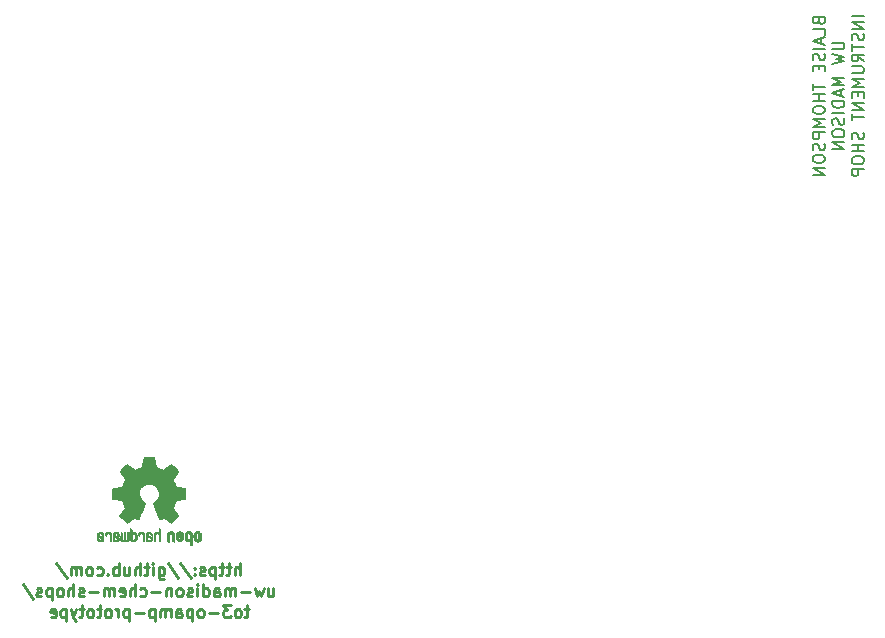
<source format=gbr>
%TF.GenerationSoftware,KiCad,Pcbnew,5.1.8+dfsg1-1+b1*%
%TF.CreationDate,2021-08-06T11:41:16-05:00*%
%TF.ProjectId,to-3-opamp-prototype,746f2d33-2d6f-4706-916d-702d70726f74,A*%
%TF.SameCoordinates,Original*%
%TF.FileFunction,Legend,Bot*%
%TF.FilePolarity,Positive*%
%FSLAX46Y46*%
G04 Gerber Fmt 4.6, Leading zero omitted, Abs format (unit mm)*
G04 Created by KiCad (PCBNEW 5.1.8+dfsg1-1+b1) date 2021-08-06 11:41:16*
%MOMM*%
%LPD*%
G01*
G04 APERTURE LIST*
%ADD10C,0.254000*%
%ADD11C,0.150000*%
%ADD12C,0.010000*%
G04 APERTURE END LIST*
D10*
X88972571Y-116791619D02*
X88972571Y-115775619D01*
X88537142Y-116791619D02*
X88537142Y-116259428D01*
X88585523Y-116162666D01*
X88682285Y-116114285D01*
X88827428Y-116114285D01*
X88924190Y-116162666D01*
X88972571Y-116211047D01*
X88198476Y-116114285D02*
X87811428Y-116114285D01*
X88053333Y-115775619D02*
X88053333Y-116646476D01*
X88004952Y-116743238D01*
X87908190Y-116791619D01*
X87811428Y-116791619D01*
X87617904Y-116114285D02*
X87230857Y-116114285D01*
X87472761Y-115775619D02*
X87472761Y-116646476D01*
X87424380Y-116743238D01*
X87327619Y-116791619D01*
X87230857Y-116791619D01*
X86892190Y-116114285D02*
X86892190Y-117130285D01*
X86892190Y-116162666D02*
X86795428Y-116114285D01*
X86601904Y-116114285D01*
X86505142Y-116162666D01*
X86456761Y-116211047D01*
X86408380Y-116307809D01*
X86408380Y-116598095D01*
X86456761Y-116694857D01*
X86505142Y-116743238D01*
X86601904Y-116791619D01*
X86795428Y-116791619D01*
X86892190Y-116743238D01*
X86021333Y-116743238D02*
X85924571Y-116791619D01*
X85731047Y-116791619D01*
X85634285Y-116743238D01*
X85585904Y-116646476D01*
X85585904Y-116598095D01*
X85634285Y-116501333D01*
X85731047Y-116452952D01*
X85876190Y-116452952D01*
X85972952Y-116404571D01*
X86021333Y-116307809D01*
X86021333Y-116259428D01*
X85972952Y-116162666D01*
X85876190Y-116114285D01*
X85731047Y-116114285D01*
X85634285Y-116162666D01*
X85150476Y-116694857D02*
X85102095Y-116743238D01*
X85150476Y-116791619D01*
X85198857Y-116743238D01*
X85150476Y-116694857D01*
X85150476Y-116791619D01*
X85150476Y-116162666D02*
X85102095Y-116211047D01*
X85150476Y-116259428D01*
X85198857Y-116211047D01*
X85150476Y-116162666D01*
X85150476Y-116259428D01*
X83940952Y-115727238D02*
X84811809Y-117033523D01*
X82876571Y-115727238D02*
X83747428Y-117033523D01*
X82102476Y-116114285D02*
X82102476Y-116936761D01*
X82150857Y-117033523D01*
X82199238Y-117081904D01*
X82296000Y-117130285D01*
X82441142Y-117130285D01*
X82537904Y-117081904D01*
X82102476Y-116743238D02*
X82199238Y-116791619D01*
X82392761Y-116791619D01*
X82489523Y-116743238D01*
X82537904Y-116694857D01*
X82586285Y-116598095D01*
X82586285Y-116307809D01*
X82537904Y-116211047D01*
X82489523Y-116162666D01*
X82392761Y-116114285D01*
X82199238Y-116114285D01*
X82102476Y-116162666D01*
X81618666Y-116791619D02*
X81618666Y-116114285D01*
X81618666Y-115775619D02*
X81667047Y-115824000D01*
X81618666Y-115872380D01*
X81570285Y-115824000D01*
X81618666Y-115775619D01*
X81618666Y-115872380D01*
X81280000Y-116114285D02*
X80892952Y-116114285D01*
X81134857Y-115775619D02*
X81134857Y-116646476D01*
X81086476Y-116743238D01*
X80989714Y-116791619D01*
X80892952Y-116791619D01*
X80554285Y-116791619D02*
X80554285Y-115775619D01*
X80118857Y-116791619D02*
X80118857Y-116259428D01*
X80167238Y-116162666D01*
X80264000Y-116114285D01*
X80409142Y-116114285D01*
X80505904Y-116162666D01*
X80554285Y-116211047D01*
X79199619Y-116114285D02*
X79199619Y-116791619D01*
X79635047Y-116114285D02*
X79635047Y-116646476D01*
X79586666Y-116743238D01*
X79489904Y-116791619D01*
X79344761Y-116791619D01*
X79248000Y-116743238D01*
X79199619Y-116694857D01*
X78715809Y-116791619D02*
X78715809Y-115775619D01*
X78715809Y-116162666D02*
X78619047Y-116114285D01*
X78425523Y-116114285D01*
X78328761Y-116162666D01*
X78280380Y-116211047D01*
X78232000Y-116307809D01*
X78232000Y-116598095D01*
X78280380Y-116694857D01*
X78328761Y-116743238D01*
X78425523Y-116791619D01*
X78619047Y-116791619D01*
X78715809Y-116743238D01*
X77796571Y-116694857D02*
X77748190Y-116743238D01*
X77796571Y-116791619D01*
X77844952Y-116743238D01*
X77796571Y-116694857D01*
X77796571Y-116791619D01*
X76877333Y-116743238D02*
X76974095Y-116791619D01*
X77167619Y-116791619D01*
X77264380Y-116743238D01*
X77312761Y-116694857D01*
X77361142Y-116598095D01*
X77361142Y-116307809D01*
X77312761Y-116211047D01*
X77264380Y-116162666D01*
X77167619Y-116114285D01*
X76974095Y-116114285D01*
X76877333Y-116162666D01*
X76296761Y-116791619D02*
X76393523Y-116743238D01*
X76441904Y-116694857D01*
X76490285Y-116598095D01*
X76490285Y-116307809D01*
X76441904Y-116211047D01*
X76393523Y-116162666D01*
X76296761Y-116114285D01*
X76151619Y-116114285D01*
X76054857Y-116162666D01*
X76006476Y-116211047D01*
X75958095Y-116307809D01*
X75958095Y-116598095D01*
X76006476Y-116694857D01*
X76054857Y-116743238D01*
X76151619Y-116791619D01*
X76296761Y-116791619D01*
X75522666Y-116791619D02*
X75522666Y-116114285D01*
X75522666Y-116211047D02*
X75474285Y-116162666D01*
X75377523Y-116114285D01*
X75232380Y-116114285D01*
X75135619Y-116162666D01*
X75087238Y-116259428D01*
X75087238Y-116791619D01*
X75087238Y-116259428D02*
X75038857Y-116162666D01*
X74942095Y-116114285D01*
X74796952Y-116114285D01*
X74700190Y-116162666D01*
X74651809Y-116259428D01*
X74651809Y-116791619D01*
X73442285Y-115727238D02*
X74313142Y-117033523D01*
X91391619Y-117892285D02*
X91391619Y-118569619D01*
X91827047Y-117892285D02*
X91827047Y-118424476D01*
X91778666Y-118521238D01*
X91681904Y-118569619D01*
X91536761Y-118569619D01*
X91440000Y-118521238D01*
X91391619Y-118472857D01*
X91004571Y-117892285D02*
X90811047Y-118569619D01*
X90617523Y-118085809D01*
X90424000Y-118569619D01*
X90230476Y-117892285D01*
X89843428Y-118182571D02*
X89069333Y-118182571D01*
X88585523Y-118569619D02*
X88585523Y-117892285D01*
X88585523Y-117989047D02*
X88537142Y-117940666D01*
X88440380Y-117892285D01*
X88295238Y-117892285D01*
X88198476Y-117940666D01*
X88150095Y-118037428D01*
X88150095Y-118569619D01*
X88150095Y-118037428D02*
X88101714Y-117940666D01*
X88004952Y-117892285D01*
X87859809Y-117892285D01*
X87763047Y-117940666D01*
X87714666Y-118037428D01*
X87714666Y-118569619D01*
X86795428Y-118569619D02*
X86795428Y-118037428D01*
X86843809Y-117940666D01*
X86940571Y-117892285D01*
X87134095Y-117892285D01*
X87230857Y-117940666D01*
X86795428Y-118521238D02*
X86892190Y-118569619D01*
X87134095Y-118569619D01*
X87230857Y-118521238D01*
X87279238Y-118424476D01*
X87279238Y-118327714D01*
X87230857Y-118230952D01*
X87134095Y-118182571D01*
X86892190Y-118182571D01*
X86795428Y-118134190D01*
X85876190Y-118569619D02*
X85876190Y-117553619D01*
X85876190Y-118521238D02*
X85972952Y-118569619D01*
X86166476Y-118569619D01*
X86263238Y-118521238D01*
X86311619Y-118472857D01*
X86360000Y-118376095D01*
X86360000Y-118085809D01*
X86311619Y-117989047D01*
X86263238Y-117940666D01*
X86166476Y-117892285D01*
X85972952Y-117892285D01*
X85876190Y-117940666D01*
X85392380Y-118569619D02*
X85392380Y-117892285D01*
X85392380Y-117553619D02*
X85440761Y-117602000D01*
X85392380Y-117650380D01*
X85344000Y-117602000D01*
X85392380Y-117553619D01*
X85392380Y-117650380D01*
X84956952Y-118521238D02*
X84860190Y-118569619D01*
X84666666Y-118569619D01*
X84569904Y-118521238D01*
X84521523Y-118424476D01*
X84521523Y-118376095D01*
X84569904Y-118279333D01*
X84666666Y-118230952D01*
X84811809Y-118230952D01*
X84908571Y-118182571D01*
X84956952Y-118085809D01*
X84956952Y-118037428D01*
X84908571Y-117940666D01*
X84811809Y-117892285D01*
X84666666Y-117892285D01*
X84569904Y-117940666D01*
X83940952Y-118569619D02*
X84037714Y-118521238D01*
X84086095Y-118472857D01*
X84134476Y-118376095D01*
X84134476Y-118085809D01*
X84086095Y-117989047D01*
X84037714Y-117940666D01*
X83940952Y-117892285D01*
X83795809Y-117892285D01*
X83699047Y-117940666D01*
X83650666Y-117989047D01*
X83602285Y-118085809D01*
X83602285Y-118376095D01*
X83650666Y-118472857D01*
X83699047Y-118521238D01*
X83795809Y-118569619D01*
X83940952Y-118569619D01*
X83166857Y-117892285D02*
X83166857Y-118569619D01*
X83166857Y-117989047D02*
X83118476Y-117940666D01*
X83021714Y-117892285D01*
X82876571Y-117892285D01*
X82779809Y-117940666D01*
X82731428Y-118037428D01*
X82731428Y-118569619D01*
X82247619Y-118182571D02*
X81473523Y-118182571D01*
X80554285Y-118521238D02*
X80651047Y-118569619D01*
X80844571Y-118569619D01*
X80941333Y-118521238D01*
X80989714Y-118472857D01*
X81038095Y-118376095D01*
X81038095Y-118085809D01*
X80989714Y-117989047D01*
X80941333Y-117940666D01*
X80844571Y-117892285D01*
X80651047Y-117892285D01*
X80554285Y-117940666D01*
X80118857Y-118569619D02*
X80118857Y-117553619D01*
X79683428Y-118569619D02*
X79683428Y-118037428D01*
X79731809Y-117940666D01*
X79828571Y-117892285D01*
X79973714Y-117892285D01*
X80070476Y-117940666D01*
X80118857Y-117989047D01*
X78812571Y-118521238D02*
X78909333Y-118569619D01*
X79102857Y-118569619D01*
X79199619Y-118521238D01*
X79248000Y-118424476D01*
X79248000Y-118037428D01*
X79199619Y-117940666D01*
X79102857Y-117892285D01*
X78909333Y-117892285D01*
X78812571Y-117940666D01*
X78764190Y-118037428D01*
X78764190Y-118134190D01*
X79248000Y-118230952D01*
X78328761Y-118569619D02*
X78328761Y-117892285D01*
X78328761Y-117989047D02*
X78280380Y-117940666D01*
X78183619Y-117892285D01*
X78038476Y-117892285D01*
X77941714Y-117940666D01*
X77893333Y-118037428D01*
X77893333Y-118569619D01*
X77893333Y-118037428D02*
X77844952Y-117940666D01*
X77748190Y-117892285D01*
X77603047Y-117892285D01*
X77506285Y-117940666D01*
X77457904Y-118037428D01*
X77457904Y-118569619D01*
X76974095Y-118182571D02*
X76200000Y-118182571D01*
X75764571Y-118521238D02*
X75667809Y-118569619D01*
X75474285Y-118569619D01*
X75377523Y-118521238D01*
X75329142Y-118424476D01*
X75329142Y-118376095D01*
X75377523Y-118279333D01*
X75474285Y-118230952D01*
X75619428Y-118230952D01*
X75716190Y-118182571D01*
X75764571Y-118085809D01*
X75764571Y-118037428D01*
X75716190Y-117940666D01*
X75619428Y-117892285D01*
X75474285Y-117892285D01*
X75377523Y-117940666D01*
X74893714Y-118569619D02*
X74893714Y-117553619D01*
X74458285Y-118569619D02*
X74458285Y-118037428D01*
X74506666Y-117940666D01*
X74603428Y-117892285D01*
X74748571Y-117892285D01*
X74845333Y-117940666D01*
X74893714Y-117989047D01*
X73829333Y-118569619D02*
X73926095Y-118521238D01*
X73974476Y-118472857D01*
X74022857Y-118376095D01*
X74022857Y-118085809D01*
X73974476Y-117989047D01*
X73926095Y-117940666D01*
X73829333Y-117892285D01*
X73684190Y-117892285D01*
X73587428Y-117940666D01*
X73539047Y-117989047D01*
X73490666Y-118085809D01*
X73490666Y-118376095D01*
X73539047Y-118472857D01*
X73587428Y-118521238D01*
X73684190Y-118569619D01*
X73829333Y-118569619D01*
X73055238Y-117892285D02*
X73055238Y-118908285D01*
X73055238Y-117940666D02*
X72958476Y-117892285D01*
X72764952Y-117892285D01*
X72668190Y-117940666D01*
X72619809Y-117989047D01*
X72571428Y-118085809D01*
X72571428Y-118376095D01*
X72619809Y-118472857D01*
X72668190Y-118521238D01*
X72764952Y-118569619D01*
X72958476Y-118569619D01*
X73055238Y-118521238D01*
X72184380Y-118521238D02*
X72087619Y-118569619D01*
X71894095Y-118569619D01*
X71797333Y-118521238D01*
X71748952Y-118424476D01*
X71748952Y-118376095D01*
X71797333Y-118279333D01*
X71894095Y-118230952D01*
X72039238Y-118230952D01*
X72136000Y-118182571D01*
X72184380Y-118085809D01*
X72184380Y-118037428D01*
X72136000Y-117940666D01*
X72039238Y-117892285D01*
X71894095Y-117892285D01*
X71797333Y-117940666D01*
X70587809Y-117505238D02*
X71458666Y-118811523D01*
X89746666Y-119670285D02*
X89359619Y-119670285D01*
X89601523Y-119331619D02*
X89601523Y-120202476D01*
X89553142Y-120299238D01*
X89456380Y-120347619D01*
X89359619Y-120347619D01*
X88875809Y-120347619D02*
X88972571Y-120299238D01*
X89020952Y-120250857D01*
X89069333Y-120154095D01*
X89069333Y-119863809D01*
X89020952Y-119767047D01*
X88972571Y-119718666D01*
X88875809Y-119670285D01*
X88730666Y-119670285D01*
X88633904Y-119718666D01*
X88585523Y-119767047D01*
X88537142Y-119863809D01*
X88537142Y-120154095D01*
X88585523Y-120250857D01*
X88633904Y-120299238D01*
X88730666Y-120347619D01*
X88875809Y-120347619D01*
X88198476Y-119331619D02*
X87569523Y-119331619D01*
X87908190Y-119718666D01*
X87763047Y-119718666D01*
X87666285Y-119767047D01*
X87617904Y-119815428D01*
X87569523Y-119912190D01*
X87569523Y-120154095D01*
X87617904Y-120250857D01*
X87666285Y-120299238D01*
X87763047Y-120347619D01*
X88053333Y-120347619D01*
X88150095Y-120299238D01*
X88198476Y-120250857D01*
X87134095Y-119960571D02*
X86360000Y-119960571D01*
X85731047Y-120347619D02*
X85827809Y-120299238D01*
X85876190Y-120250857D01*
X85924571Y-120154095D01*
X85924571Y-119863809D01*
X85876190Y-119767047D01*
X85827809Y-119718666D01*
X85731047Y-119670285D01*
X85585904Y-119670285D01*
X85489142Y-119718666D01*
X85440761Y-119767047D01*
X85392380Y-119863809D01*
X85392380Y-120154095D01*
X85440761Y-120250857D01*
X85489142Y-120299238D01*
X85585904Y-120347619D01*
X85731047Y-120347619D01*
X84956952Y-119670285D02*
X84956952Y-120686285D01*
X84956952Y-119718666D02*
X84860190Y-119670285D01*
X84666666Y-119670285D01*
X84569904Y-119718666D01*
X84521523Y-119767047D01*
X84473142Y-119863809D01*
X84473142Y-120154095D01*
X84521523Y-120250857D01*
X84569904Y-120299238D01*
X84666666Y-120347619D01*
X84860190Y-120347619D01*
X84956952Y-120299238D01*
X83602285Y-120347619D02*
X83602285Y-119815428D01*
X83650666Y-119718666D01*
X83747428Y-119670285D01*
X83940952Y-119670285D01*
X84037714Y-119718666D01*
X83602285Y-120299238D02*
X83699047Y-120347619D01*
X83940952Y-120347619D01*
X84037714Y-120299238D01*
X84086095Y-120202476D01*
X84086095Y-120105714D01*
X84037714Y-120008952D01*
X83940952Y-119960571D01*
X83699047Y-119960571D01*
X83602285Y-119912190D01*
X83118476Y-120347619D02*
X83118476Y-119670285D01*
X83118476Y-119767047D02*
X83070095Y-119718666D01*
X82973333Y-119670285D01*
X82828190Y-119670285D01*
X82731428Y-119718666D01*
X82683047Y-119815428D01*
X82683047Y-120347619D01*
X82683047Y-119815428D02*
X82634666Y-119718666D01*
X82537904Y-119670285D01*
X82392761Y-119670285D01*
X82296000Y-119718666D01*
X82247619Y-119815428D01*
X82247619Y-120347619D01*
X81763809Y-119670285D02*
X81763809Y-120686285D01*
X81763809Y-119718666D02*
X81667047Y-119670285D01*
X81473523Y-119670285D01*
X81376761Y-119718666D01*
X81328380Y-119767047D01*
X81280000Y-119863809D01*
X81280000Y-120154095D01*
X81328380Y-120250857D01*
X81376761Y-120299238D01*
X81473523Y-120347619D01*
X81667047Y-120347619D01*
X81763809Y-120299238D01*
X80844571Y-119960571D02*
X80070476Y-119960571D01*
X79586666Y-119670285D02*
X79586666Y-120686285D01*
X79586666Y-119718666D02*
X79489904Y-119670285D01*
X79296380Y-119670285D01*
X79199619Y-119718666D01*
X79151238Y-119767047D01*
X79102857Y-119863809D01*
X79102857Y-120154095D01*
X79151238Y-120250857D01*
X79199619Y-120299238D01*
X79296380Y-120347619D01*
X79489904Y-120347619D01*
X79586666Y-120299238D01*
X78667428Y-120347619D02*
X78667428Y-119670285D01*
X78667428Y-119863809D02*
X78619047Y-119767047D01*
X78570666Y-119718666D01*
X78473904Y-119670285D01*
X78377142Y-119670285D01*
X77893333Y-120347619D02*
X77990095Y-120299238D01*
X78038476Y-120250857D01*
X78086857Y-120154095D01*
X78086857Y-119863809D01*
X78038476Y-119767047D01*
X77990095Y-119718666D01*
X77893333Y-119670285D01*
X77748190Y-119670285D01*
X77651428Y-119718666D01*
X77603047Y-119767047D01*
X77554666Y-119863809D01*
X77554666Y-120154095D01*
X77603047Y-120250857D01*
X77651428Y-120299238D01*
X77748190Y-120347619D01*
X77893333Y-120347619D01*
X77264380Y-119670285D02*
X76877333Y-119670285D01*
X77119238Y-119331619D02*
X77119238Y-120202476D01*
X77070857Y-120299238D01*
X76974095Y-120347619D01*
X76877333Y-120347619D01*
X76393523Y-120347619D02*
X76490285Y-120299238D01*
X76538666Y-120250857D01*
X76587047Y-120154095D01*
X76587047Y-119863809D01*
X76538666Y-119767047D01*
X76490285Y-119718666D01*
X76393523Y-119670285D01*
X76248380Y-119670285D01*
X76151619Y-119718666D01*
X76103238Y-119767047D01*
X76054857Y-119863809D01*
X76054857Y-120154095D01*
X76103238Y-120250857D01*
X76151619Y-120299238D01*
X76248380Y-120347619D01*
X76393523Y-120347619D01*
X75764571Y-119670285D02*
X75377523Y-119670285D01*
X75619428Y-119331619D02*
X75619428Y-120202476D01*
X75571047Y-120299238D01*
X75474285Y-120347619D01*
X75377523Y-120347619D01*
X75135619Y-119670285D02*
X74893714Y-120347619D01*
X74651809Y-119670285D02*
X74893714Y-120347619D01*
X74990476Y-120589523D01*
X75038857Y-120637904D01*
X75135619Y-120686285D01*
X74264761Y-119670285D02*
X74264761Y-120686285D01*
X74264761Y-119718666D02*
X74168000Y-119670285D01*
X73974476Y-119670285D01*
X73877714Y-119718666D01*
X73829333Y-119767047D01*
X73780952Y-119863809D01*
X73780952Y-120154095D01*
X73829333Y-120250857D01*
X73877714Y-120299238D01*
X73974476Y-120347619D01*
X74168000Y-120347619D01*
X74264761Y-120299238D01*
X72958476Y-120299238D02*
X73055238Y-120347619D01*
X73248761Y-120347619D01*
X73345523Y-120299238D01*
X73393904Y-120202476D01*
X73393904Y-119815428D01*
X73345523Y-119718666D01*
X73248761Y-119670285D01*
X73055238Y-119670285D01*
X72958476Y-119718666D01*
X72910095Y-119815428D01*
X72910095Y-119912190D01*
X73393904Y-120008952D01*
D11*
X137978571Y-69866666D02*
X138026190Y-70009523D01*
X138073809Y-70057142D01*
X138169047Y-70104761D01*
X138311904Y-70104761D01*
X138407142Y-70057142D01*
X138454761Y-70009523D01*
X138502380Y-69914285D01*
X138502380Y-69533333D01*
X137502380Y-69533333D01*
X137502380Y-69866666D01*
X137550000Y-69961904D01*
X137597619Y-70009523D01*
X137692857Y-70057142D01*
X137788095Y-70057142D01*
X137883333Y-70009523D01*
X137930952Y-69961904D01*
X137978571Y-69866666D01*
X137978571Y-69533333D01*
X138502380Y-71009523D02*
X138502380Y-70533333D01*
X137502380Y-70533333D01*
X138216666Y-71295238D02*
X138216666Y-71771428D01*
X138502380Y-71200000D02*
X137502380Y-71533333D01*
X138502380Y-71866666D01*
X138502380Y-72200000D02*
X137502380Y-72200000D01*
X138454761Y-72628571D02*
X138502380Y-72771428D01*
X138502380Y-73009523D01*
X138454761Y-73104761D01*
X138407142Y-73152380D01*
X138311904Y-73200000D01*
X138216666Y-73200000D01*
X138121428Y-73152380D01*
X138073809Y-73104761D01*
X138026190Y-73009523D01*
X137978571Y-72819047D01*
X137930952Y-72723809D01*
X137883333Y-72676190D01*
X137788095Y-72628571D01*
X137692857Y-72628571D01*
X137597619Y-72676190D01*
X137550000Y-72723809D01*
X137502380Y-72819047D01*
X137502380Y-73057142D01*
X137550000Y-73200000D01*
X137978571Y-73628571D02*
X137978571Y-73961904D01*
X138502380Y-74104761D02*
X138502380Y-73628571D01*
X137502380Y-73628571D01*
X137502380Y-74104761D01*
X137502380Y-75152380D02*
X137502380Y-75723809D01*
X138502380Y-75438095D02*
X137502380Y-75438095D01*
X138502380Y-76057142D02*
X137502380Y-76057142D01*
X137978571Y-76057142D02*
X137978571Y-76628571D01*
X138502380Y-76628571D02*
X137502380Y-76628571D01*
X137502380Y-77295238D02*
X137502380Y-77485714D01*
X137550000Y-77580952D01*
X137645238Y-77676190D01*
X137835714Y-77723809D01*
X138169047Y-77723809D01*
X138359523Y-77676190D01*
X138454761Y-77580952D01*
X138502380Y-77485714D01*
X138502380Y-77295238D01*
X138454761Y-77200000D01*
X138359523Y-77104761D01*
X138169047Y-77057142D01*
X137835714Y-77057142D01*
X137645238Y-77104761D01*
X137550000Y-77200000D01*
X137502380Y-77295238D01*
X138502380Y-78152380D02*
X137502380Y-78152380D01*
X138216666Y-78485714D01*
X137502380Y-78819047D01*
X138502380Y-78819047D01*
X138502380Y-79295238D02*
X137502380Y-79295238D01*
X137502380Y-79676190D01*
X137550000Y-79771428D01*
X137597619Y-79819047D01*
X137692857Y-79866666D01*
X137835714Y-79866666D01*
X137930952Y-79819047D01*
X137978571Y-79771428D01*
X138026190Y-79676190D01*
X138026190Y-79295238D01*
X138454761Y-80247619D02*
X138502380Y-80390476D01*
X138502380Y-80628571D01*
X138454761Y-80723809D01*
X138407142Y-80771428D01*
X138311904Y-80819047D01*
X138216666Y-80819047D01*
X138121428Y-80771428D01*
X138073809Y-80723809D01*
X138026190Y-80628571D01*
X137978571Y-80438095D01*
X137930952Y-80342857D01*
X137883333Y-80295238D01*
X137788095Y-80247619D01*
X137692857Y-80247619D01*
X137597619Y-80295238D01*
X137550000Y-80342857D01*
X137502380Y-80438095D01*
X137502380Y-80676190D01*
X137550000Y-80819047D01*
X137502380Y-81438095D02*
X137502380Y-81628571D01*
X137550000Y-81723809D01*
X137645238Y-81819047D01*
X137835714Y-81866666D01*
X138169047Y-81866666D01*
X138359523Y-81819047D01*
X138454761Y-81723809D01*
X138502380Y-81628571D01*
X138502380Y-81438095D01*
X138454761Y-81342857D01*
X138359523Y-81247619D01*
X138169047Y-81200000D01*
X137835714Y-81200000D01*
X137645238Y-81247619D01*
X137550000Y-81342857D01*
X137502380Y-81438095D01*
X138502380Y-82295238D02*
X137502380Y-82295238D01*
X138502380Y-82866666D01*
X137502380Y-82866666D01*
X139152380Y-71700000D02*
X139961904Y-71700000D01*
X140057142Y-71747619D01*
X140104761Y-71795238D01*
X140152380Y-71890476D01*
X140152380Y-72080952D01*
X140104761Y-72176190D01*
X140057142Y-72223809D01*
X139961904Y-72271428D01*
X139152380Y-72271428D01*
X139152380Y-72652380D02*
X140152380Y-72890476D01*
X139438095Y-73080952D01*
X140152380Y-73271428D01*
X139152380Y-73509523D01*
X140152380Y-74652380D02*
X139152380Y-74652380D01*
X139866666Y-74985714D01*
X139152380Y-75319047D01*
X140152380Y-75319047D01*
X139866666Y-75747619D02*
X139866666Y-76223809D01*
X140152380Y-75652380D02*
X139152380Y-75985714D01*
X140152380Y-76319047D01*
X140152380Y-76652380D02*
X139152380Y-76652380D01*
X139152380Y-76890476D01*
X139200000Y-77033333D01*
X139295238Y-77128571D01*
X139390476Y-77176190D01*
X139580952Y-77223809D01*
X139723809Y-77223809D01*
X139914285Y-77176190D01*
X140009523Y-77128571D01*
X140104761Y-77033333D01*
X140152380Y-76890476D01*
X140152380Y-76652380D01*
X140152380Y-77652380D02*
X139152380Y-77652380D01*
X140104761Y-78080952D02*
X140152380Y-78223809D01*
X140152380Y-78461904D01*
X140104761Y-78557142D01*
X140057142Y-78604761D01*
X139961904Y-78652380D01*
X139866666Y-78652380D01*
X139771428Y-78604761D01*
X139723809Y-78557142D01*
X139676190Y-78461904D01*
X139628571Y-78271428D01*
X139580952Y-78176190D01*
X139533333Y-78128571D01*
X139438095Y-78080952D01*
X139342857Y-78080952D01*
X139247619Y-78128571D01*
X139200000Y-78176190D01*
X139152380Y-78271428D01*
X139152380Y-78509523D01*
X139200000Y-78652380D01*
X139152380Y-79271428D02*
X139152380Y-79461904D01*
X139200000Y-79557142D01*
X139295238Y-79652380D01*
X139485714Y-79700000D01*
X139819047Y-79700000D01*
X140009523Y-79652380D01*
X140104761Y-79557142D01*
X140152380Y-79461904D01*
X140152380Y-79271428D01*
X140104761Y-79176190D01*
X140009523Y-79080952D01*
X139819047Y-79033333D01*
X139485714Y-79033333D01*
X139295238Y-79080952D01*
X139200000Y-79176190D01*
X139152380Y-79271428D01*
X140152380Y-80128571D02*
X139152380Y-80128571D01*
X140152380Y-80700000D01*
X139152380Y-80700000D01*
X141802380Y-69461904D02*
X140802380Y-69461904D01*
X141802380Y-69938095D02*
X140802380Y-69938095D01*
X141802380Y-70509523D01*
X140802380Y-70509523D01*
X141754761Y-70938095D02*
X141802380Y-71080952D01*
X141802380Y-71319047D01*
X141754761Y-71414285D01*
X141707142Y-71461904D01*
X141611904Y-71509523D01*
X141516666Y-71509523D01*
X141421428Y-71461904D01*
X141373809Y-71414285D01*
X141326190Y-71319047D01*
X141278571Y-71128571D01*
X141230952Y-71033333D01*
X141183333Y-70985714D01*
X141088095Y-70938095D01*
X140992857Y-70938095D01*
X140897619Y-70985714D01*
X140850000Y-71033333D01*
X140802380Y-71128571D01*
X140802380Y-71366666D01*
X140850000Y-71509523D01*
X140802380Y-71795238D02*
X140802380Y-72366666D01*
X141802380Y-72080952D02*
X140802380Y-72080952D01*
X141802380Y-73271428D02*
X141326190Y-72938095D01*
X141802380Y-72700000D02*
X140802380Y-72700000D01*
X140802380Y-73080952D01*
X140850000Y-73176190D01*
X140897619Y-73223809D01*
X140992857Y-73271428D01*
X141135714Y-73271428D01*
X141230952Y-73223809D01*
X141278571Y-73176190D01*
X141326190Y-73080952D01*
X141326190Y-72700000D01*
X140802380Y-73700000D02*
X141611904Y-73700000D01*
X141707142Y-73747619D01*
X141754761Y-73795238D01*
X141802380Y-73890476D01*
X141802380Y-74080952D01*
X141754761Y-74176190D01*
X141707142Y-74223809D01*
X141611904Y-74271428D01*
X140802380Y-74271428D01*
X141802380Y-74747619D02*
X140802380Y-74747619D01*
X141516666Y-75080952D01*
X140802380Y-75414285D01*
X141802380Y-75414285D01*
X141278571Y-75890476D02*
X141278571Y-76223809D01*
X141802380Y-76366666D02*
X141802380Y-75890476D01*
X140802380Y-75890476D01*
X140802380Y-76366666D01*
X141802380Y-76795238D02*
X140802380Y-76795238D01*
X141802380Y-77366666D01*
X140802380Y-77366666D01*
X140802380Y-77700000D02*
X140802380Y-78271428D01*
X141802380Y-77985714D02*
X140802380Y-77985714D01*
X141754761Y-79319047D02*
X141802380Y-79461904D01*
X141802380Y-79700000D01*
X141754761Y-79795238D01*
X141707142Y-79842857D01*
X141611904Y-79890476D01*
X141516666Y-79890476D01*
X141421428Y-79842857D01*
X141373809Y-79795238D01*
X141326190Y-79700000D01*
X141278571Y-79509523D01*
X141230952Y-79414285D01*
X141183333Y-79366666D01*
X141088095Y-79319047D01*
X140992857Y-79319047D01*
X140897619Y-79366666D01*
X140850000Y-79414285D01*
X140802380Y-79509523D01*
X140802380Y-79747619D01*
X140850000Y-79890476D01*
X141802380Y-80319047D02*
X140802380Y-80319047D01*
X141278571Y-80319047D02*
X141278571Y-80890476D01*
X141802380Y-80890476D02*
X140802380Y-80890476D01*
X140802380Y-81557142D02*
X140802380Y-81747619D01*
X140850000Y-81842857D01*
X140945238Y-81938095D01*
X141135714Y-81985714D01*
X141469047Y-81985714D01*
X141659523Y-81938095D01*
X141754761Y-81842857D01*
X141802380Y-81747619D01*
X141802380Y-81557142D01*
X141754761Y-81461904D01*
X141659523Y-81366666D01*
X141469047Y-81319047D01*
X141135714Y-81319047D01*
X140945238Y-81366666D01*
X140850000Y-81461904D01*
X140802380Y-81557142D01*
X141802380Y-82414285D02*
X140802380Y-82414285D01*
X140802380Y-82795238D01*
X140850000Y-82890476D01*
X140897619Y-82938095D01*
X140992857Y-82985714D01*
X141135714Y-82985714D01*
X141230952Y-82938095D01*
X141278571Y-82890476D01*
X141326190Y-82795238D01*
X141326190Y-82414285D01*
D12*
%TO.C,REF\u002A\u002A*%
G36*
X84511114Y-113074505D02*
G01*
X84436461Y-113111727D01*
X84370569Y-113180261D01*
X84352423Y-113205648D01*
X84332655Y-113238866D01*
X84319828Y-113274945D01*
X84312490Y-113323098D01*
X84309187Y-113392536D01*
X84308462Y-113484206D01*
X84311737Y-113609830D01*
X84323123Y-113704154D01*
X84344959Y-113774523D01*
X84379581Y-113828286D01*
X84429330Y-113872788D01*
X84432986Y-113875423D01*
X84482015Y-113902377D01*
X84541055Y-113915712D01*
X84616141Y-113919000D01*
X84738205Y-113919000D01*
X84738256Y-114037497D01*
X84739392Y-114103492D01*
X84746314Y-114142202D01*
X84764402Y-114165419D01*
X84799038Y-114184933D01*
X84807355Y-114188920D01*
X84846280Y-114207603D01*
X84876417Y-114219403D01*
X84898826Y-114220422D01*
X84914567Y-114206761D01*
X84924698Y-114174522D01*
X84930277Y-114119804D01*
X84932365Y-114038711D01*
X84932019Y-113927344D01*
X84930300Y-113781802D01*
X84929763Y-113738269D01*
X84927828Y-113588205D01*
X84926096Y-113490042D01*
X84738308Y-113490042D01*
X84737252Y-113573364D01*
X84732562Y-113627880D01*
X84721949Y-113663837D01*
X84703128Y-113691482D01*
X84690350Y-113704965D01*
X84638110Y-113744417D01*
X84591858Y-113747628D01*
X84544133Y-113715049D01*
X84542923Y-113713846D01*
X84523506Y-113688668D01*
X84511693Y-113654447D01*
X84505735Y-113601748D01*
X84503880Y-113521131D01*
X84503846Y-113503271D01*
X84508330Y-113392175D01*
X84522926Y-113315161D01*
X84549350Y-113268147D01*
X84589317Y-113247050D01*
X84612416Y-113244923D01*
X84667238Y-113254900D01*
X84704842Y-113287752D01*
X84727477Y-113347857D01*
X84737394Y-113439598D01*
X84738308Y-113490042D01*
X84926096Y-113490042D01*
X84925778Y-113472060D01*
X84923127Y-113384679D01*
X84919394Y-113320905D01*
X84914093Y-113275582D01*
X84906742Y-113243555D01*
X84896857Y-113219668D01*
X84883954Y-113198764D01*
X84878421Y-113190898D01*
X84805031Y-113116595D01*
X84712240Y-113074467D01*
X84604904Y-113062722D01*
X84511114Y-113074505D01*
G37*
X84511114Y-113074505D02*
X84436461Y-113111727D01*
X84370569Y-113180261D01*
X84352423Y-113205648D01*
X84332655Y-113238866D01*
X84319828Y-113274945D01*
X84312490Y-113323098D01*
X84309187Y-113392536D01*
X84308462Y-113484206D01*
X84311737Y-113609830D01*
X84323123Y-113704154D01*
X84344959Y-113774523D01*
X84379581Y-113828286D01*
X84429330Y-113872788D01*
X84432986Y-113875423D01*
X84482015Y-113902377D01*
X84541055Y-113915712D01*
X84616141Y-113919000D01*
X84738205Y-113919000D01*
X84738256Y-114037497D01*
X84739392Y-114103492D01*
X84746314Y-114142202D01*
X84764402Y-114165419D01*
X84799038Y-114184933D01*
X84807355Y-114188920D01*
X84846280Y-114207603D01*
X84876417Y-114219403D01*
X84898826Y-114220422D01*
X84914567Y-114206761D01*
X84924698Y-114174522D01*
X84930277Y-114119804D01*
X84932365Y-114038711D01*
X84932019Y-113927344D01*
X84930300Y-113781802D01*
X84929763Y-113738269D01*
X84927828Y-113588205D01*
X84926096Y-113490042D01*
X84738308Y-113490042D01*
X84737252Y-113573364D01*
X84732562Y-113627880D01*
X84721949Y-113663837D01*
X84703128Y-113691482D01*
X84690350Y-113704965D01*
X84638110Y-113744417D01*
X84591858Y-113747628D01*
X84544133Y-113715049D01*
X84542923Y-113713846D01*
X84523506Y-113688668D01*
X84511693Y-113654447D01*
X84505735Y-113601748D01*
X84503880Y-113521131D01*
X84503846Y-113503271D01*
X84508330Y-113392175D01*
X84522926Y-113315161D01*
X84549350Y-113268147D01*
X84589317Y-113247050D01*
X84612416Y-113244923D01*
X84667238Y-113254900D01*
X84704842Y-113287752D01*
X84727477Y-113347857D01*
X84737394Y-113439598D01*
X84738308Y-113490042D01*
X84926096Y-113490042D01*
X84925778Y-113472060D01*
X84923127Y-113384679D01*
X84919394Y-113320905D01*
X84914093Y-113275582D01*
X84906742Y-113243555D01*
X84896857Y-113219668D01*
X84883954Y-113198764D01*
X84878421Y-113190898D01*
X84805031Y-113116595D01*
X84712240Y-113074467D01*
X84604904Y-113062722D01*
X84511114Y-113074505D01*
G36*
X83008336Y-113085089D02*
G01*
X82945633Y-113121358D01*
X82902039Y-113157358D01*
X82870155Y-113195075D01*
X82848190Y-113241199D01*
X82834351Y-113302421D01*
X82826847Y-113385431D01*
X82823883Y-113496919D01*
X82823539Y-113577062D01*
X82823539Y-113872065D01*
X82989615Y-113946515D01*
X82999385Y-113623402D01*
X83003421Y-113502729D01*
X83007656Y-113415141D01*
X83012903Y-113354650D01*
X83019975Y-113315268D01*
X83029689Y-113291007D01*
X83042856Y-113275880D01*
X83047081Y-113272606D01*
X83111091Y-113247034D01*
X83175792Y-113257153D01*
X83214308Y-113284000D01*
X83229975Y-113303024D01*
X83240820Y-113327988D01*
X83247712Y-113365834D01*
X83251521Y-113423502D01*
X83253117Y-113507935D01*
X83253385Y-113595928D01*
X83253437Y-113706323D01*
X83255328Y-113784463D01*
X83261655Y-113837165D01*
X83275017Y-113871242D01*
X83298015Y-113893511D01*
X83333246Y-113910787D01*
X83380303Y-113928738D01*
X83431697Y-113948278D01*
X83425579Y-113601485D01*
X83423116Y-113476468D01*
X83420233Y-113384082D01*
X83416102Y-113317881D01*
X83409893Y-113271420D01*
X83400774Y-113238256D01*
X83387917Y-113211944D01*
X83372416Y-113188729D01*
X83297629Y-113114569D01*
X83206372Y-113071684D01*
X83107117Y-113061412D01*
X83008336Y-113085089D01*
G37*
X83008336Y-113085089D02*
X82945633Y-113121358D01*
X82902039Y-113157358D01*
X82870155Y-113195075D01*
X82848190Y-113241199D01*
X82834351Y-113302421D01*
X82826847Y-113385431D01*
X82823883Y-113496919D01*
X82823539Y-113577062D01*
X82823539Y-113872065D01*
X82989615Y-113946515D01*
X82999385Y-113623402D01*
X83003421Y-113502729D01*
X83007656Y-113415141D01*
X83012903Y-113354650D01*
X83019975Y-113315268D01*
X83029689Y-113291007D01*
X83042856Y-113275880D01*
X83047081Y-113272606D01*
X83111091Y-113247034D01*
X83175792Y-113257153D01*
X83214308Y-113284000D01*
X83229975Y-113303024D01*
X83240820Y-113327988D01*
X83247712Y-113365834D01*
X83251521Y-113423502D01*
X83253117Y-113507935D01*
X83253385Y-113595928D01*
X83253437Y-113706323D01*
X83255328Y-113784463D01*
X83261655Y-113837165D01*
X83275017Y-113871242D01*
X83298015Y-113893511D01*
X83333246Y-113910787D01*
X83380303Y-113928738D01*
X83431697Y-113948278D01*
X83425579Y-113601485D01*
X83423116Y-113476468D01*
X83420233Y-113384082D01*
X83416102Y-113317881D01*
X83409893Y-113271420D01*
X83400774Y-113238256D01*
X83387917Y-113211944D01*
X83372416Y-113188729D01*
X83297629Y-113114569D01*
X83206372Y-113071684D01*
X83107117Y-113061412D01*
X83008336Y-113085089D01*
G36*
X85263114Y-113077256D02*
G01*
X85171536Y-113125409D01*
X85103951Y-113202905D01*
X85079943Y-113252727D01*
X85061262Y-113327533D01*
X85051699Y-113422052D01*
X85050792Y-113525210D01*
X85058079Y-113625935D01*
X85073097Y-113713153D01*
X85095385Y-113775791D01*
X85102235Y-113786579D01*
X85183368Y-113867105D01*
X85279734Y-113915336D01*
X85384299Y-113929450D01*
X85490032Y-113907629D01*
X85519457Y-113894547D01*
X85576759Y-113854231D01*
X85627050Y-113800775D01*
X85631803Y-113793995D01*
X85651122Y-113761321D01*
X85663892Y-113726394D01*
X85671436Y-113680414D01*
X85675076Y-113614584D01*
X85676135Y-113520105D01*
X85676154Y-113498923D01*
X85676106Y-113492182D01*
X85480769Y-113492182D01*
X85479632Y-113581349D01*
X85475159Y-113640520D01*
X85465754Y-113678741D01*
X85449824Y-113705053D01*
X85441692Y-113713846D01*
X85394942Y-113747261D01*
X85349553Y-113745737D01*
X85303660Y-113716752D01*
X85276288Y-113685809D01*
X85260077Y-113640643D01*
X85250974Y-113569420D01*
X85250349Y-113561114D01*
X85248796Y-113432037D01*
X85265035Y-113336172D01*
X85298848Y-113274107D01*
X85350016Y-113246432D01*
X85368280Y-113244923D01*
X85416240Y-113252513D01*
X85449047Y-113278808D01*
X85469105Y-113329095D01*
X85478822Y-113408664D01*
X85480769Y-113492182D01*
X85676106Y-113492182D01*
X85675426Y-113398249D01*
X85672371Y-113327906D01*
X85665678Y-113279163D01*
X85654040Y-113243288D01*
X85636147Y-113211548D01*
X85632192Y-113205648D01*
X85565733Y-113126104D01*
X85493315Y-113079929D01*
X85405151Y-113061599D01*
X85375213Y-113060703D01*
X85263114Y-113077256D01*
G37*
X85263114Y-113077256D02*
X85171536Y-113125409D01*
X85103951Y-113202905D01*
X85079943Y-113252727D01*
X85061262Y-113327533D01*
X85051699Y-113422052D01*
X85050792Y-113525210D01*
X85058079Y-113625935D01*
X85073097Y-113713153D01*
X85095385Y-113775791D01*
X85102235Y-113786579D01*
X85183368Y-113867105D01*
X85279734Y-113915336D01*
X85384299Y-113929450D01*
X85490032Y-113907629D01*
X85519457Y-113894547D01*
X85576759Y-113854231D01*
X85627050Y-113800775D01*
X85631803Y-113793995D01*
X85651122Y-113761321D01*
X85663892Y-113726394D01*
X85671436Y-113680414D01*
X85675076Y-113614584D01*
X85676135Y-113520105D01*
X85676154Y-113498923D01*
X85676106Y-113492182D01*
X85480769Y-113492182D01*
X85479632Y-113581349D01*
X85475159Y-113640520D01*
X85465754Y-113678741D01*
X85449824Y-113705053D01*
X85441692Y-113713846D01*
X85394942Y-113747261D01*
X85349553Y-113745737D01*
X85303660Y-113716752D01*
X85276288Y-113685809D01*
X85260077Y-113640643D01*
X85250974Y-113569420D01*
X85250349Y-113561114D01*
X85248796Y-113432037D01*
X85265035Y-113336172D01*
X85298848Y-113274107D01*
X85350016Y-113246432D01*
X85368280Y-113244923D01*
X85416240Y-113252513D01*
X85449047Y-113278808D01*
X85469105Y-113329095D01*
X85478822Y-113408664D01*
X85480769Y-113492182D01*
X85676106Y-113492182D01*
X85675426Y-113398249D01*
X85672371Y-113327906D01*
X85665678Y-113279163D01*
X85654040Y-113243288D01*
X85636147Y-113211548D01*
X85632192Y-113205648D01*
X85565733Y-113126104D01*
X85493315Y-113079929D01*
X85405151Y-113061599D01*
X85375213Y-113060703D01*
X85263114Y-113077256D01*
G36*
X83745746Y-113089745D02*
G01*
X83668714Y-113141567D01*
X83609184Y-113216412D01*
X83573622Y-113311654D01*
X83566429Y-113381756D01*
X83567246Y-113411009D01*
X83574086Y-113433407D01*
X83592888Y-113453474D01*
X83629592Y-113475733D01*
X83690138Y-113504709D01*
X83780466Y-113544927D01*
X83780923Y-113545129D01*
X83864067Y-113583210D01*
X83932247Y-113617025D01*
X83978495Y-113642933D01*
X83995842Y-113657295D01*
X83995846Y-113657411D01*
X83980557Y-113688685D01*
X83944804Y-113723157D01*
X83903758Y-113747990D01*
X83882963Y-113752923D01*
X83826230Y-113735862D01*
X83777373Y-113693133D01*
X83753535Y-113646155D01*
X83730603Y-113611522D01*
X83685682Y-113572081D01*
X83632877Y-113538009D01*
X83586290Y-113519480D01*
X83576548Y-113518462D01*
X83565582Y-113535215D01*
X83564921Y-113578039D01*
X83572980Y-113635781D01*
X83588173Y-113697289D01*
X83608914Y-113751409D01*
X83609962Y-113753510D01*
X83672379Y-113840660D01*
X83753274Y-113899939D01*
X83845144Y-113929034D01*
X83940487Y-113925634D01*
X84031802Y-113887428D01*
X84035862Y-113884741D01*
X84107694Y-113819642D01*
X84154927Y-113734705D01*
X84181066Y-113623021D01*
X84184574Y-113591643D01*
X84190787Y-113443536D01*
X84183339Y-113374468D01*
X83995846Y-113374468D01*
X83993410Y-113417552D01*
X83980086Y-113430126D01*
X83946868Y-113420719D01*
X83894506Y-113398483D01*
X83835976Y-113370610D01*
X83834521Y-113369872D01*
X83784911Y-113343777D01*
X83765000Y-113326363D01*
X83769910Y-113308107D01*
X83790584Y-113284120D01*
X83843181Y-113249406D01*
X83899823Y-113246856D01*
X83950631Y-113272119D01*
X83985724Y-113320847D01*
X83995846Y-113374468D01*
X84183339Y-113374468D01*
X84178008Y-113325036D01*
X84145222Y-113231055D01*
X84099579Y-113165215D01*
X84017198Y-113098681D01*
X83926454Y-113065676D01*
X83833815Y-113063573D01*
X83745746Y-113089745D01*
G37*
X83745746Y-113089745D02*
X83668714Y-113141567D01*
X83609184Y-113216412D01*
X83573622Y-113311654D01*
X83566429Y-113381756D01*
X83567246Y-113411009D01*
X83574086Y-113433407D01*
X83592888Y-113453474D01*
X83629592Y-113475733D01*
X83690138Y-113504709D01*
X83780466Y-113544927D01*
X83780923Y-113545129D01*
X83864067Y-113583210D01*
X83932247Y-113617025D01*
X83978495Y-113642933D01*
X83995842Y-113657295D01*
X83995846Y-113657411D01*
X83980557Y-113688685D01*
X83944804Y-113723157D01*
X83903758Y-113747990D01*
X83882963Y-113752923D01*
X83826230Y-113735862D01*
X83777373Y-113693133D01*
X83753535Y-113646155D01*
X83730603Y-113611522D01*
X83685682Y-113572081D01*
X83632877Y-113538009D01*
X83586290Y-113519480D01*
X83576548Y-113518462D01*
X83565582Y-113535215D01*
X83564921Y-113578039D01*
X83572980Y-113635781D01*
X83588173Y-113697289D01*
X83608914Y-113751409D01*
X83609962Y-113753510D01*
X83672379Y-113840660D01*
X83753274Y-113899939D01*
X83845144Y-113929034D01*
X83940487Y-113925634D01*
X84031802Y-113887428D01*
X84035862Y-113884741D01*
X84107694Y-113819642D01*
X84154927Y-113734705D01*
X84181066Y-113623021D01*
X84184574Y-113591643D01*
X84190787Y-113443536D01*
X84183339Y-113374468D01*
X83995846Y-113374468D01*
X83993410Y-113417552D01*
X83980086Y-113430126D01*
X83946868Y-113420719D01*
X83894506Y-113398483D01*
X83835976Y-113370610D01*
X83834521Y-113369872D01*
X83784911Y-113343777D01*
X83765000Y-113326363D01*
X83769910Y-113308107D01*
X83790584Y-113284120D01*
X83843181Y-113249406D01*
X83899823Y-113246856D01*
X83950631Y-113272119D01*
X83985724Y-113320847D01*
X83995846Y-113374468D01*
X84183339Y-113374468D01*
X84178008Y-113325036D01*
X84145222Y-113231055D01*
X84099579Y-113165215D01*
X84017198Y-113098681D01*
X83926454Y-113065676D01*
X83833815Y-113063573D01*
X83745746Y-113089745D01*
G36*
X82120154Y-112982120D02*
G01*
X82114428Y-113061980D01*
X82107851Y-113109039D01*
X82098738Y-113129566D01*
X82085402Y-113129829D01*
X82081077Y-113127378D01*
X82023556Y-113109636D01*
X81948732Y-113110672D01*
X81872661Y-113128910D01*
X81825082Y-113152505D01*
X81776298Y-113190198D01*
X81740636Y-113232855D01*
X81716155Y-113287057D01*
X81700913Y-113359384D01*
X81692970Y-113456419D01*
X81690384Y-113584742D01*
X81690338Y-113609358D01*
X81690308Y-113885870D01*
X81751839Y-113907320D01*
X81795541Y-113921912D01*
X81819518Y-113928706D01*
X81820223Y-113928769D01*
X81822585Y-113910345D01*
X81824594Y-113859526D01*
X81826099Y-113782993D01*
X81826947Y-113687430D01*
X81827077Y-113629329D01*
X81827349Y-113514771D01*
X81828748Y-113432667D01*
X81832151Y-113376393D01*
X81838433Y-113339326D01*
X81848471Y-113314844D01*
X81863139Y-113296325D01*
X81872298Y-113287406D01*
X81935211Y-113251466D01*
X82003864Y-113248775D01*
X82066152Y-113279170D01*
X82077671Y-113290144D01*
X82094567Y-113310779D01*
X82106286Y-113335256D01*
X82113767Y-113370647D01*
X82117946Y-113424026D01*
X82119763Y-113502466D01*
X82120154Y-113610617D01*
X82120154Y-113885870D01*
X82181685Y-113907320D01*
X82225387Y-113921912D01*
X82249364Y-113928706D01*
X82250070Y-113928769D01*
X82251874Y-113910069D01*
X82253500Y-113857322D01*
X82254883Y-113775557D01*
X82255958Y-113669805D01*
X82256660Y-113545094D01*
X82256923Y-113406455D01*
X82256923Y-112871806D01*
X82129923Y-112818236D01*
X82120154Y-112982120D01*
G37*
X82120154Y-112982120D02*
X82114428Y-113061980D01*
X82107851Y-113109039D01*
X82098738Y-113129566D01*
X82085402Y-113129829D01*
X82081077Y-113127378D01*
X82023556Y-113109636D01*
X81948732Y-113110672D01*
X81872661Y-113128910D01*
X81825082Y-113152505D01*
X81776298Y-113190198D01*
X81740636Y-113232855D01*
X81716155Y-113287057D01*
X81700913Y-113359384D01*
X81692970Y-113456419D01*
X81690384Y-113584742D01*
X81690338Y-113609358D01*
X81690308Y-113885870D01*
X81751839Y-113907320D01*
X81795541Y-113921912D01*
X81819518Y-113928706D01*
X81820223Y-113928769D01*
X81822585Y-113910345D01*
X81824594Y-113859526D01*
X81826099Y-113782993D01*
X81826947Y-113687430D01*
X81827077Y-113629329D01*
X81827349Y-113514771D01*
X81828748Y-113432667D01*
X81832151Y-113376393D01*
X81838433Y-113339326D01*
X81848471Y-113314844D01*
X81863139Y-113296325D01*
X81872298Y-113287406D01*
X81935211Y-113251466D01*
X82003864Y-113248775D01*
X82066152Y-113279170D01*
X82077671Y-113290144D01*
X82094567Y-113310779D01*
X82106286Y-113335256D01*
X82113767Y-113370647D01*
X82117946Y-113424026D01*
X82119763Y-113502466D01*
X82120154Y-113610617D01*
X82120154Y-113885870D01*
X82181685Y-113907320D01*
X82225387Y-113921912D01*
X82249364Y-113928706D01*
X82250070Y-113928769D01*
X82251874Y-113910069D01*
X82253500Y-113857322D01*
X82254883Y-113775557D01*
X82255958Y-113669805D01*
X82256660Y-113545094D01*
X82256923Y-113406455D01*
X82256923Y-112871806D01*
X82129923Y-112818236D01*
X82120154Y-112982120D01*
G36*
X81226499Y-113116303D02*
G01*
X81149940Y-113144733D01*
X81149064Y-113145279D01*
X81101715Y-113180127D01*
X81066759Y-113220852D01*
X81042175Y-113273925D01*
X81025938Y-113345814D01*
X81016025Y-113442992D01*
X81010414Y-113571928D01*
X81009923Y-113590298D01*
X81002859Y-113867287D01*
X81062305Y-113898028D01*
X81105319Y-113918802D01*
X81131290Y-113928646D01*
X81132491Y-113928769D01*
X81136986Y-113910606D01*
X81140556Y-113861612D01*
X81142752Y-113790031D01*
X81143231Y-113732068D01*
X81143242Y-113638170D01*
X81147534Y-113579203D01*
X81162497Y-113551079D01*
X81194518Y-113549706D01*
X81249986Y-113570998D01*
X81333731Y-113610136D01*
X81395311Y-113642643D01*
X81426983Y-113670845D01*
X81436294Y-113701582D01*
X81436308Y-113703104D01*
X81420943Y-113756054D01*
X81375453Y-113784660D01*
X81305834Y-113788803D01*
X81255687Y-113788084D01*
X81229246Y-113802527D01*
X81212757Y-113837218D01*
X81203267Y-113881416D01*
X81216943Y-113906493D01*
X81222093Y-113910082D01*
X81270575Y-113924496D01*
X81338469Y-113926537D01*
X81408388Y-113916983D01*
X81457932Y-113899522D01*
X81526430Y-113841364D01*
X81565366Y-113760408D01*
X81573077Y-113697160D01*
X81567193Y-113640111D01*
X81545899Y-113593542D01*
X81503735Y-113552181D01*
X81435241Y-113510755D01*
X81334956Y-113463993D01*
X81328846Y-113461350D01*
X81238510Y-113419617D01*
X81182765Y-113385391D01*
X81158871Y-113354635D01*
X81164087Y-113323311D01*
X81195672Y-113287383D01*
X81205117Y-113279116D01*
X81268383Y-113247058D01*
X81333936Y-113248407D01*
X81391028Y-113279838D01*
X81428907Y-113338024D01*
X81432426Y-113349446D01*
X81466700Y-113404837D01*
X81510191Y-113431518D01*
X81573077Y-113457960D01*
X81573077Y-113389548D01*
X81553948Y-113290110D01*
X81497169Y-113198902D01*
X81467622Y-113168389D01*
X81400458Y-113129228D01*
X81315044Y-113111500D01*
X81226499Y-113116303D01*
G37*
X81226499Y-113116303D02*
X81149940Y-113144733D01*
X81149064Y-113145279D01*
X81101715Y-113180127D01*
X81066759Y-113220852D01*
X81042175Y-113273925D01*
X81025938Y-113345814D01*
X81016025Y-113442992D01*
X81010414Y-113571928D01*
X81009923Y-113590298D01*
X81002859Y-113867287D01*
X81062305Y-113898028D01*
X81105319Y-113918802D01*
X81131290Y-113928646D01*
X81132491Y-113928769D01*
X81136986Y-113910606D01*
X81140556Y-113861612D01*
X81142752Y-113790031D01*
X81143231Y-113732068D01*
X81143242Y-113638170D01*
X81147534Y-113579203D01*
X81162497Y-113551079D01*
X81194518Y-113549706D01*
X81249986Y-113570998D01*
X81333731Y-113610136D01*
X81395311Y-113642643D01*
X81426983Y-113670845D01*
X81436294Y-113701582D01*
X81436308Y-113703104D01*
X81420943Y-113756054D01*
X81375453Y-113784660D01*
X81305834Y-113788803D01*
X81255687Y-113788084D01*
X81229246Y-113802527D01*
X81212757Y-113837218D01*
X81203267Y-113881416D01*
X81216943Y-113906493D01*
X81222093Y-113910082D01*
X81270575Y-113924496D01*
X81338469Y-113926537D01*
X81408388Y-113916983D01*
X81457932Y-113899522D01*
X81526430Y-113841364D01*
X81565366Y-113760408D01*
X81573077Y-113697160D01*
X81567193Y-113640111D01*
X81545899Y-113593542D01*
X81503735Y-113552181D01*
X81435241Y-113510755D01*
X81334956Y-113463993D01*
X81328846Y-113461350D01*
X81238510Y-113419617D01*
X81182765Y-113385391D01*
X81158871Y-113354635D01*
X81164087Y-113323311D01*
X81195672Y-113287383D01*
X81205117Y-113279116D01*
X81268383Y-113247058D01*
X81333936Y-113248407D01*
X81391028Y-113279838D01*
X81428907Y-113338024D01*
X81432426Y-113349446D01*
X81466700Y-113404837D01*
X81510191Y-113431518D01*
X81573077Y-113457960D01*
X81573077Y-113389548D01*
X81553948Y-113290110D01*
X81497169Y-113198902D01*
X81467622Y-113168389D01*
X81400458Y-113129228D01*
X81315044Y-113111500D01*
X81226499Y-113116303D01*
G36*
X80566638Y-113114670D02*
G01*
X80477883Y-113147421D01*
X80405978Y-113205350D01*
X80377856Y-113246128D01*
X80347198Y-113320954D01*
X80347835Y-113375058D01*
X80380013Y-113411446D01*
X80391919Y-113417633D01*
X80443325Y-113436925D01*
X80469578Y-113431982D01*
X80478470Y-113399587D01*
X80478923Y-113381692D01*
X80495203Y-113315859D01*
X80537635Y-113269807D01*
X80596612Y-113247564D01*
X80662525Y-113253161D01*
X80716105Y-113282229D01*
X80734202Y-113298810D01*
X80747029Y-113318925D01*
X80755694Y-113349332D01*
X80761304Y-113396788D01*
X80764965Y-113468050D01*
X80767785Y-113569875D01*
X80768516Y-113602115D01*
X80771180Y-113712410D01*
X80774208Y-113790036D01*
X80778750Y-113841396D01*
X80785954Y-113872890D01*
X80796967Y-113890920D01*
X80812940Y-113901888D01*
X80823166Y-113906733D01*
X80866594Y-113923301D01*
X80892158Y-113928769D01*
X80900605Y-113910507D01*
X80905761Y-113855296D01*
X80907654Y-113762499D01*
X80906311Y-113631478D01*
X80905893Y-113611269D01*
X80902942Y-113491733D01*
X80899452Y-113404449D01*
X80894486Y-113342591D01*
X80887107Y-113299336D01*
X80876376Y-113267860D01*
X80861355Y-113241339D01*
X80853498Y-113229975D01*
X80808447Y-113179692D01*
X80758060Y-113140581D01*
X80751892Y-113137167D01*
X80661542Y-113110212D01*
X80566638Y-113114670D01*
G37*
X80566638Y-113114670D02*
X80477883Y-113147421D01*
X80405978Y-113205350D01*
X80377856Y-113246128D01*
X80347198Y-113320954D01*
X80347835Y-113375058D01*
X80380013Y-113411446D01*
X80391919Y-113417633D01*
X80443325Y-113436925D01*
X80469578Y-113431982D01*
X80478470Y-113399587D01*
X80478923Y-113381692D01*
X80495203Y-113315859D01*
X80537635Y-113269807D01*
X80596612Y-113247564D01*
X80662525Y-113253161D01*
X80716105Y-113282229D01*
X80734202Y-113298810D01*
X80747029Y-113318925D01*
X80755694Y-113349332D01*
X80761304Y-113396788D01*
X80764965Y-113468050D01*
X80767785Y-113569875D01*
X80768516Y-113602115D01*
X80771180Y-113712410D01*
X80774208Y-113790036D01*
X80778750Y-113841396D01*
X80785954Y-113872890D01*
X80796967Y-113890920D01*
X80812940Y-113901888D01*
X80823166Y-113906733D01*
X80866594Y-113923301D01*
X80892158Y-113928769D01*
X80900605Y-113910507D01*
X80905761Y-113855296D01*
X80907654Y-113762499D01*
X80906311Y-113631478D01*
X80905893Y-113611269D01*
X80902942Y-113491733D01*
X80899452Y-113404449D01*
X80894486Y-113342591D01*
X80887107Y-113299336D01*
X80876376Y-113267860D01*
X80861355Y-113241339D01*
X80853498Y-113229975D01*
X80808447Y-113179692D01*
X80758060Y-113140581D01*
X80751892Y-113137167D01*
X80661542Y-113110212D01*
X80566638Y-113114670D01*
G36*
X79677919Y-113270289D02*
G01*
X79678167Y-113416320D01*
X79679128Y-113528655D01*
X79681206Y-113612678D01*
X79684807Y-113673769D01*
X79690335Y-113717309D01*
X79698196Y-113748679D01*
X79708793Y-113773262D01*
X79716818Y-113787294D01*
X79783272Y-113863388D01*
X79867530Y-113911084D01*
X79960751Y-113928199D01*
X80054100Y-113912546D01*
X80109688Y-113884418D01*
X80168043Y-113835760D01*
X80207814Y-113776333D01*
X80231810Y-113698507D01*
X80242839Y-113594652D01*
X80244401Y-113518462D01*
X80244191Y-113512986D01*
X80107692Y-113512986D01*
X80106859Y-113600355D01*
X80103039Y-113658192D01*
X80094254Y-113696029D01*
X80078526Y-113723398D01*
X80059734Y-113744042D01*
X79996625Y-113783890D01*
X79928863Y-113787295D01*
X79864821Y-113754025D01*
X79859836Y-113749517D01*
X79838561Y-113726067D01*
X79825221Y-113698166D01*
X79817999Y-113656641D01*
X79815077Y-113592316D01*
X79814615Y-113521200D01*
X79815617Y-113431858D01*
X79819762Y-113372258D01*
X79828764Y-113333089D01*
X79844333Y-113305040D01*
X79857098Y-113290144D01*
X79916400Y-113252575D01*
X79984699Y-113248057D01*
X80049890Y-113276753D01*
X80062472Y-113287406D01*
X80083889Y-113311063D01*
X80097256Y-113339251D01*
X80104434Y-113381245D01*
X80107281Y-113446319D01*
X80107692Y-113512986D01*
X80244191Y-113512986D01*
X80239678Y-113395765D01*
X80223638Y-113303577D01*
X80193472Y-113234269D01*
X80146371Y-113180211D01*
X80109688Y-113152505D01*
X80043010Y-113122572D01*
X79965728Y-113108678D01*
X79893890Y-113112397D01*
X79853692Y-113127400D01*
X79837918Y-113131670D01*
X79827450Y-113115750D01*
X79820144Y-113073089D01*
X79814615Y-113008106D01*
X79808563Y-112935732D01*
X79800156Y-112892187D01*
X79784859Y-112867287D01*
X79758136Y-112850845D01*
X79741346Y-112843564D01*
X79677846Y-112816963D01*
X79677919Y-113270289D01*
G37*
X79677919Y-113270289D02*
X79678167Y-113416320D01*
X79679128Y-113528655D01*
X79681206Y-113612678D01*
X79684807Y-113673769D01*
X79690335Y-113717309D01*
X79698196Y-113748679D01*
X79708793Y-113773262D01*
X79716818Y-113787294D01*
X79783272Y-113863388D01*
X79867530Y-113911084D01*
X79960751Y-113928199D01*
X80054100Y-113912546D01*
X80109688Y-113884418D01*
X80168043Y-113835760D01*
X80207814Y-113776333D01*
X80231810Y-113698507D01*
X80242839Y-113594652D01*
X80244401Y-113518462D01*
X80244191Y-113512986D01*
X80107692Y-113512986D01*
X80106859Y-113600355D01*
X80103039Y-113658192D01*
X80094254Y-113696029D01*
X80078526Y-113723398D01*
X80059734Y-113744042D01*
X79996625Y-113783890D01*
X79928863Y-113787295D01*
X79864821Y-113754025D01*
X79859836Y-113749517D01*
X79838561Y-113726067D01*
X79825221Y-113698166D01*
X79817999Y-113656641D01*
X79815077Y-113592316D01*
X79814615Y-113521200D01*
X79815617Y-113431858D01*
X79819762Y-113372258D01*
X79828764Y-113333089D01*
X79844333Y-113305040D01*
X79857098Y-113290144D01*
X79916400Y-113252575D01*
X79984699Y-113248057D01*
X80049890Y-113276753D01*
X80062472Y-113287406D01*
X80083889Y-113311063D01*
X80097256Y-113339251D01*
X80104434Y-113381245D01*
X80107281Y-113446319D01*
X80107692Y-113512986D01*
X80244191Y-113512986D01*
X80239678Y-113395765D01*
X80223638Y-113303577D01*
X80193472Y-113234269D01*
X80146371Y-113180211D01*
X80109688Y-113152505D01*
X80043010Y-113122572D01*
X79965728Y-113108678D01*
X79893890Y-113112397D01*
X79853692Y-113127400D01*
X79837918Y-113131670D01*
X79827450Y-113115750D01*
X79820144Y-113073089D01*
X79814615Y-113008106D01*
X79808563Y-112935732D01*
X79800156Y-112892187D01*
X79784859Y-112867287D01*
X79758136Y-112850845D01*
X79741346Y-112843564D01*
X79677846Y-112816963D01*
X79677919Y-113270289D01*
G36*
X78884071Y-113126662D02*
G01*
X78881089Y-113178068D01*
X78878753Y-113256192D01*
X78877251Y-113354857D01*
X78876769Y-113458343D01*
X78876769Y-113808533D01*
X78938599Y-113870363D01*
X78981207Y-113908462D01*
X79018610Y-113923895D01*
X79069730Y-113922918D01*
X79090022Y-113920433D01*
X79153446Y-113913200D01*
X79205905Y-113909055D01*
X79218692Y-113908672D01*
X79261801Y-113911176D01*
X79323456Y-113917462D01*
X79347362Y-113920433D01*
X79406078Y-113925028D01*
X79445536Y-113915046D01*
X79484662Y-113884228D01*
X79498785Y-113870363D01*
X79560615Y-113808533D01*
X79560615Y-113153503D01*
X79510850Y-113130829D01*
X79467998Y-113114034D01*
X79442927Y-113108154D01*
X79436499Y-113126736D01*
X79430491Y-113178655D01*
X79425303Y-113258172D01*
X79421336Y-113359546D01*
X79419423Y-113445192D01*
X79414077Y-113782231D01*
X79367440Y-113788825D01*
X79325024Y-113784214D01*
X79304240Y-113769287D01*
X79298430Y-113741377D01*
X79293470Y-113681925D01*
X79289754Y-113598466D01*
X79287676Y-113498532D01*
X79287376Y-113447104D01*
X79287077Y-113151054D01*
X79225546Y-113129604D01*
X79181996Y-113115020D01*
X79158306Y-113108219D01*
X79157623Y-113108154D01*
X79155246Y-113126642D01*
X79152634Y-113177906D01*
X79150005Y-113255649D01*
X79147579Y-113353574D01*
X79145885Y-113445192D01*
X79140539Y-113782231D01*
X79023308Y-113782231D01*
X79017928Y-113474746D01*
X79012549Y-113167261D01*
X78955399Y-113137707D01*
X78913203Y-113117413D01*
X78888230Y-113108204D01*
X78887509Y-113108154D01*
X78884071Y-113126662D01*
G37*
X78884071Y-113126662D02*
X78881089Y-113178068D01*
X78878753Y-113256192D01*
X78877251Y-113354857D01*
X78876769Y-113458343D01*
X78876769Y-113808533D01*
X78938599Y-113870363D01*
X78981207Y-113908462D01*
X79018610Y-113923895D01*
X79069730Y-113922918D01*
X79090022Y-113920433D01*
X79153446Y-113913200D01*
X79205905Y-113909055D01*
X79218692Y-113908672D01*
X79261801Y-113911176D01*
X79323456Y-113917462D01*
X79347362Y-113920433D01*
X79406078Y-113925028D01*
X79445536Y-113915046D01*
X79484662Y-113884228D01*
X79498785Y-113870363D01*
X79560615Y-113808533D01*
X79560615Y-113153503D01*
X79510850Y-113130829D01*
X79467998Y-113114034D01*
X79442927Y-113108154D01*
X79436499Y-113126736D01*
X79430491Y-113178655D01*
X79425303Y-113258172D01*
X79421336Y-113359546D01*
X79419423Y-113445192D01*
X79414077Y-113782231D01*
X79367440Y-113788825D01*
X79325024Y-113784214D01*
X79304240Y-113769287D01*
X79298430Y-113741377D01*
X79293470Y-113681925D01*
X79289754Y-113598466D01*
X79287676Y-113498532D01*
X79287376Y-113447104D01*
X79287077Y-113151054D01*
X79225546Y-113129604D01*
X79181996Y-113115020D01*
X79158306Y-113108219D01*
X79157623Y-113108154D01*
X79155246Y-113126642D01*
X79152634Y-113177906D01*
X79150005Y-113255649D01*
X79147579Y-113353574D01*
X79145885Y-113445192D01*
X79140539Y-113782231D01*
X79023308Y-113782231D01*
X79017928Y-113474746D01*
X79012549Y-113167261D01*
X78955399Y-113137707D01*
X78913203Y-113117413D01*
X78888230Y-113108204D01*
X78887509Y-113108154D01*
X78884071Y-113126662D01*
G36*
X78392667Y-113123528D02*
G01*
X78336410Y-113149117D01*
X78292253Y-113180124D01*
X78259899Y-113214795D01*
X78237562Y-113259520D01*
X78223454Y-113320692D01*
X78215789Y-113404701D01*
X78212780Y-113517940D01*
X78212462Y-113592509D01*
X78212462Y-113883420D01*
X78262227Y-113906095D01*
X78301424Y-113922667D01*
X78320843Y-113928769D01*
X78324558Y-113910610D01*
X78327505Y-113861648D01*
X78329309Y-113790153D01*
X78329692Y-113733385D01*
X78331339Y-113651371D01*
X78335778Y-113586309D01*
X78342260Y-113546467D01*
X78347410Y-113538000D01*
X78382023Y-113546646D01*
X78436360Y-113568823D01*
X78499278Y-113598886D01*
X78559632Y-113631192D01*
X78606279Y-113660098D01*
X78628074Y-113679961D01*
X78628161Y-113680175D01*
X78626286Y-113716935D01*
X78609475Y-113752026D01*
X78579961Y-113780528D01*
X78536884Y-113790061D01*
X78500068Y-113788950D01*
X78447926Y-113788133D01*
X78420556Y-113800349D01*
X78404118Y-113832624D01*
X78402045Y-113838710D01*
X78394919Y-113884739D01*
X78413976Y-113912687D01*
X78463647Y-113926007D01*
X78517303Y-113928470D01*
X78613858Y-113910210D01*
X78663841Y-113884131D01*
X78725571Y-113822868D01*
X78758310Y-113747670D01*
X78761247Y-113668211D01*
X78733576Y-113594167D01*
X78691953Y-113547769D01*
X78650396Y-113521793D01*
X78585078Y-113488907D01*
X78508962Y-113455557D01*
X78496274Y-113450461D01*
X78412667Y-113413565D01*
X78364470Y-113381046D01*
X78348970Y-113348718D01*
X78363450Y-113312394D01*
X78388308Y-113284000D01*
X78447061Y-113249039D01*
X78511707Y-113246417D01*
X78570992Y-113273358D01*
X78613661Y-113327088D01*
X78619261Y-113340950D01*
X78651867Y-113391936D01*
X78699470Y-113429787D01*
X78759539Y-113460850D01*
X78759539Y-113372768D01*
X78756003Y-113318951D01*
X78740844Y-113276534D01*
X78707232Y-113231279D01*
X78674965Y-113196420D01*
X78624791Y-113147062D01*
X78585807Y-113120547D01*
X78543936Y-113109911D01*
X78496540Y-113108154D01*
X78392667Y-113123528D01*
G37*
X78392667Y-113123528D02*
X78336410Y-113149117D01*
X78292253Y-113180124D01*
X78259899Y-113214795D01*
X78237562Y-113259520D01*
X78223454Y-113320692D01*
X78215789Y-113404701D01*
X78212780Y-113517940D01*
X78212462Y-113592509D01*
X78212462Y-113883420D01*
X78262227Y-113906095D01*
X78301424Y-113922667D01*
X78320843Y-113928769D01*
X78324558Y-113910610D01*
X78327505Y-113861648D01*
X78329309Y-113790153D01*
X78329692Y-113733385D01*
X78331339Y-113651371D01*
X78335778Y-113586309D01*
X78342260Y-113546467D01*
X78347410Y-113538000D01*
X78382023Y-113546646D01*
X78436360Y-113568823D01*
X78499278Y-113598886D01*
X78559632Y-113631192D01*
X78606279Y-113660098D01*
X78628074Y-113679961D01*
X78628161Y-113680175D01*
X78626286Y-113716935D01*
X78609475Y-113752026D01*
X78579961Y-113780528D01*
X78536884Y-113790061D01*
X78500068Y-113788950D01*
X78447926Y-113788133D01*
X78420556Y-113800349D01*
X78404118Y-113832624D01*
X78402045Y-113838710D01*
X78394919Y-113884739D01*
X78413976Y-113912687D01*
X78463647Y-113926007D01*
X78517303Y-113928470D01*
X78613858Y-113910210D01*
X78663841Y-113884131D01*
X78725571Y-113822868D01*
X78758310Y-113747670D01*
X78761247Y-113668211D01*
X78733576Y-113594167D01*
X78691953Y-113547769D01*
X78650396Y-113521793D01*
X78585078Y-113488907D01*
X78508962Y-113455557D01*
X78496274Y-113450461D01*
X78412667Y-113413565D01*
X78364470Y-113381046D01*
X78348970Y-113348718D01*
X78363450Y-113312394D01*
X78388308Y-113284000D01*
X78447061Y-113249039D01*
X78511707Y-113246417D01*
X78570992Y-113273358D01*
X78613661Y-113327088D01*
X78619261Y-113340950D01*
X78651867Y-113391936D01*
X78699470Y-113429787D01*
X78759539Y-113460850D01*
X78759539Y-113372768D01*
X78756003Y-113318951D01*
X78740844Y-113276534D01*
X78707232Y-113231279D01*
X78674965Y-113196420D01*
X78624791Y-113147062D01*
X78585807Y-113120547D01*
X78543936Y-113109911D01*
X78496540Y-113108154D01*
X78392667Y-113123528D01*
G36*
X77709193Y-113126782D02*
G01*
X77685839Y-113136988D01*
X77630098Y-113181134D01*
X77582431Y-113244967D01*
X77552952Y-113313087D01*
X77548154Y-113346670D01*
X77564240Y-113393556D01*
X77599525Y-113418365D01*
X77637356Y-113433387D01*
X77654679Y-113436155D01*
X77663114Y-113416066D01*
X77679770Y-113372351D01*
X77687077Y-113352598D01*
X77728052Y-113284271D01*
X77787378Y-113250191D01*
X77863448Y-113251239D01*
X77869082Y-113252581D01*
X77909695Y-113271836D01*
X77939552Y-113309375D01*
X77959945Y-113369809D01*
X77972164Y-113457751D01*
X77977500Y-113577813D01*
X77978000Y-113641698D01*
X77978248Y-113742403D01*
X77979874Y-113811054D01*
X77984199Y-113854673D01*
X77992546Y-113880282D01*
X78006235Y-113894903D01*
X78026589Y-113905558D01*
X78027766Y-113906095D01*
X78066962Y-113922667D01*
X78086381Y-113928769D01*
X78089365Y-113910319D01*
X78091919Y-113859323D01*
X78093860Y-113782308D01*
X78095003Y-113685805D01*
X78095231Y-113615184D01*
X78094068Y-113478525D01*
X78089521Y-113374851D01*
X78080001Y-113298108D01*
X78063919Y-113242246D01*
X78039687Y-113201212D01*
X78005714Y-113168954D01*
X77972167Y-113146440D01*
X77891501Y-113116476D01*
X77797619Y-113109718D01*
X77709193Y-113126782D01*
G37*
X77709193Y-113126782D02*
X77685839Y-113136988D01*
X77630098Y-113181134D01*
X77582431Y-113244967D01*
X77552952Y-113313087D01*
X77548154Y-113346670D01*
X77564240Y-113393556D01*
X77599525Y-113418365D01*
X77637356Y-113433387D01*
X77654679Y-113436155D01*
X77663114Y-113416066D01*
X77679770Y-113372351D01*
X77687077Y-113352598D01*
X77728052Y-113284271D01*
X77787378Y-113250191D01*
X77863448Y-113251239D01*
X77869082Y-113252581D01*
X77909695Y-113271836D01*
X77939552Y-113309375D01*
X77959945Y-113369809D01*
X77972164Y-113457751D01*
X77977500Y-113577813D01*
X77978000Y-113641698D01*
X77978248Y-113742403D01*
X77979874Y-113811054D01*
X77984199Y-113854673D01*
X77992546Y-113880282D01*
X78006235Y-113894903D01*
X78026589Y-113905558D01*
X78027766Y-113906095D01*
X78066962Y-113922667D01*
X78086381Y-113928769D01*
X78089365Y-113910319D01*
X78091919Y-113859323D01*
X78093860Y-113782308D01*
X78095003Y-113685805D01*
X78095231Y-113615184D01*
X78094068Y-113478525D01*
X78089521Y-113374851D01*
X78080001Y-113298108D01*
X78063919Y-113242246D01*
X78039687Y-113201212D01*
X78005714Y-113168954D01*
X77972167Y-113146440D01*
X77891501Y-113116476D01*
X77797619Y-113109718D01*
X77709193Y-113126782D01*
G36*
X77034776Y-113137838D02*
G01*
X76957472Y-113188361D01*
X76920186Y-113233590D01*
X76890647Y-113315663D01*
X76888301Y-113380607D01*
X76893615Y-113467445D01*
X77093885Y-113555103D01*
X77191261Y-113599887D01*
X77254887Y-113635913D01*
X77287971Y-113667117D01*
X77293720Y-113697436D01*
X77275342Y-113730805D01*
X77255077Y-113752923D01*
X77196111Y-113788393D01*
X77131976Y-113790879D01*
X77073074Y-113763235D01*
X77029803Y-113708320D01*
X77022064Y-113688928D01*
X76984994Y-113628364D01*
X76942346Y-113602552D01*
X76883846Y-113580471D01*
X76883846Y-113664184D01*
X76889018Y-113721150D01*
X76909277Y-113769189D01*
X76951738Y-113824346D01*
X76958049Y-113831514D01*
X77005280Y-113880585D01*
X77045879Y-113906920D01*
X77096672Y-113919035D01*
X77138780Y-113923003D01*
X77214098Y-113923991D01*
X77267714Y-113911466D01*
X77301162Y-113892869D01*
X77353732Y-113851975D01*
X77390121Y-113807748D01*
X77413150Y-113752126D01*
X77425641Y-113677047D01*
X77430413Y-113574449D01*
X77430794Y-113522376D01*
X77429499Y-113459948D01*
X77311529Y-113459948D01*
X77310161Y-113493438D01*
X77306751Y-113498923D01*
X77284247Y-113491472D01*
X77235818Y-113471753D01*
X77171092Y-113443718D01*
X77157557Y-113437692D01*
X77075756Y-113396096D01*
X77030688Y-113359538D01*
X77020783Y-113325296D01*
X77044474Y-113290648D01*
X77064040Y-113275339D01*
X77134640Y-113244721D01*
X77200720Y-113249780D01*
X77256041Y-113287151D01*
X77294364Y-113353473D01*
X77306651Y-113406116D01*
X77311529Y-113459948D01*
X77429499Y-113459948D01*
X77428270Y-113400720D01*
X77418968Y-113310710D01*
X77400540Y-113245167D01*
X77370640Y-113196912D01*
X77326920Y-113158767D01*
X77307859Y-113146440D01*
X77221274Y-113114336D01*
X77126478Y-113112316D01*
X77034776Y-113137838D01*
G37*
X77034776Y-113137838D02*
X76957472Y-113188361D01*
X76920186Y-113233590D01*
X76890647Y-113315663D01*
X76888301Y-113380607D01*
X76893615Y-113467445D01*
X77093885Y-113555103D01*
X77191261Y-113599887D01*
X77254887Y-113635913D01*
X77287971Y-113667117D01*
X77293720Y-113697436D01*
X77275342Y-113730805D01*
X77255077Y-113752923D01*
X77196111Y-113788393D01*
X77131976Y-113790879D01*
X77073074Y-113763235D01*
X77029803Y-113708320D01*
X77022064Y-113688928D01*
X76984994Y-113628364D01*
X76942346Y-113602552D01*
X76883846Y-113580471D01*
X76883846Y-113664184D01*
X76889018Y-113721150D01*
X76909277Y-113769189D01*
X76951738Y-113824346D01*
X76958049Y-113831514D01*
X77005280Y-113880585D01*
X77045879Y-113906920D01*
X77096672Y-113919035D01*
X77138780Y-113923003D01*
X77214098Y-113923991D01*
X77267714Y-113911466D01*
X77301162Y-113892869D01*
X77353732Y-113851975D01*
X77390121Y-113807748D01*
X77413150Y-113752126D01*
X77425641Y-113677047D01*
X77430413Y-113574449D01*
X77430794Y-113522376D01*
X77429499Y-113459948D01*
X77311529Y-113459948D01*
X77310161Y-113493438D01*
X77306751Y-113498923D01*
X77284247Y-113491472D01*
X77235818Y-113471753D01*
X77171092Y-113443718D01*
X77157557Y-113437692D01*
X77075756Y-113396096D01*
X77030688Y-113359538D01*
X77020783Y-113325296D01*
X77044474Y-113290648D01*
X77064040Y-113275339D01*
X77134640Y-113244721D01*
X77200720Y-113249780D01*
X77256041Y-113287151D01*
X77294364Y-113353473D01*
X77306651Y-113406116D01*
X77311529Y-113459948D01*
X77429499Y-113459948D01*
X77428270Y-113400720D01*
X77418968Y-113310710D01*
X77400540Y-113245167D01*
X77370640Y-113196912D01*
X77326920Y-113158767D01*
X77307859Y-113146440D01*
X77221274Y-113114336D01*
X77126478Y-113112316D01*
X77034776Y-113137838D01*
G36*
X81140122Y-106777776D02*
G01*
X81034388Y-106778355D01*
X80957868Y-106779922D01*
X80905628Y-106782972D01*
X80872737Y-106787996D01*
X80854263Y-106795489D01*
X80845273Y-106805944D01*
X80840837Y-106819853D01*
X80840406Y-106821654D01*
X80833667Y-106854145D01*
X80821192Y-106918252D01*
X80804281Y-107007151D01*
X80784229Y-107114019D01*
X80762336Y-107232033D01*
X80761571Y-107236178D01*
X80739641Y-107351831D01*
X80719123Y-107454014D01*
X80701341Y-107536598D01*
X80687619Y-107593456D01*
X80679282Y-107618458D01*
X80678884Y-107618901D01*
X80654323Y-107631110D01*
X80603685Y-107651456D01*
X80537905Y-107675545D01*
X80537539Y-107675674D01*
X80454683Y-107706818D01*
X80357000Y-107746491D01*
X80264923Y-107786381D01*
X80260566Y-107788353D01*
X80110593Y-107856420D01*
X79778502Y-107629639D01*
X79676626Y-107560504D01*
X79584343Y-107498697D01*
X79506997Y-107447733D01*
X79449936Y-107411127D01*
X79418505Y-107392394D01*
X79415521Y-107391004D01*
X79392679Y-107397190D01*
X79350018Y-107427035D01*
X79285872Y-107481947D01*
X79198579Y-107563334D01*
X79109465Y-107649922D01*
X79023559Y-107735247D01*
X78946673Y-107813108D01*
X78883436Y-107878697D01*
X78838477Y-107927205D01*
X78816424Y-107953825D01*
X78815604Y-107955195D01*
X78813166Y-107973463D01*
X78822350Y-108003295D01*
X78845426Y-108048721D01*
X78884663Y-108113770D01*
X78942330Y-108202470D01*
X79019205Y-108316657D01*
X79087430Y-108417162D01*
X79148418Y-108507303D01*
X79198644Y-108581849D01*
X79234584Y-108635565D01*
X79252713Y-108663218D01*
X79253854Y-108665095D01*
X79251641Y-108691590D01*
X79234862Y-108743086D01*
X79206858Y-108809851D01*
X79196878Y-108831172D01*
X79153328Y-108926159D01*
X79106866Y-109033937D01*
X79069123Y-109127192D01*
X79041927Y-109196406D01*
X79020325Y-109249006D01*
X79007842Y-109276497D01*
X79006291Y-109278616D01*
X78983332Y-109282124D01*
X78929214Y-109291738D01*
X78851132Y-109306089D01*
X78756281Y-109323807D01*
X78651857Y-109343525D01*
X78545056Y-109363874D01*
X78443074Y-109383486D01*
X78353106Y-109400991D01*
X78282347Y-109415022D01*
X78237994Y-109424209D01*
X78227115Y-109426807D01*
X78215878Y-109433218D01*
X78207395Y-109447697D01*
X78201286Y-109475133D01*
X78197168Y-109520411D01*
X78194659Y-109588420D01*
X78193379Y-109684047D01*
X78192946Y-109812180D01*
X78192923Y-109864701D01*
X78192923Y-110291845D01*
X78295500Y-110312091D01*
X78352569Y-110323070D01*
X78437731Y-110339095D01*
X78540628Y-110358233D01*
X78650904Y-110378551D01*
X78681385Y-110384132D01*
X78783145Y-110403917D01*
X78871795Y-110423373D01*
X78939892Y-110440697D01*
X78979996Y-110454088D01*
X78986677Y-110458079D01*
X79003081Y-110486342D01*
X79026601Y-110541109D01*
X79052684Y-110611588D01*
X79057858Y-110626769D01*
X79092044Y-110720896D01*
X79134477Y-110827101D01*
X79176003Y-110922473D01*
X79176208Y-110922916D01*
X79245360Y-111072525D01*
X78790488Y-111741617D01*
X79082500Y-112034116D01*
X79170820Y-112121170D01*
X79251375Y-112197909D01*
X79319640Y-112260237D01*
X79371092Y-112304056D01*
X79401206Y-112325270D01*
X79405526Y-112326616D01*
X79430889Y-112316016D01*
X79482642Y-112286547D01*
X79555132Y-112241705D01*
X79642706Y-112184984D01*
X79737388Y-112121462D01*
X79833484Y-112056668D01*
X79919163Y-112000287D01*
X79988984Y-111955788D01*
X80037506Y-111926639D01*
X80059218Y-111916308D01*
X80085707Y-111925050D01*
X80135938Y-111948087D01*
X80199549Y-111980631D01*
X80206292Y-111984249D01*
X80291954Y-112027210D01*
X80350694Y-112048279D01*
X80387228Y-112048503D01*
X80406269Y-112028928D01*
X80406380Y-112028654D01*
X80415898Y-112005472D01*
X80438597Y-111950441D01*
X80472718Y-111867822D01*
X80516500Y-111761872D01*
X80568184Y-111636852D01*
X80626008Y-111497020D01*
X80682009Y-111361637D01*
X80743553Y-111212234D01*
X80800061Y-111073832D01*
X80849839Y-110950673D01*
X80891194Y-110847002D01*
X80922432Y-110767059D01*
X80941859Y-110715088D01*
X80947846Y-110695692D01*
X80932832Y-110673443D01*
X80893561Y-110637982D01*
X80841193Y-110598887D01*
X80692059Y-110475245D01*
X80575489Y-110333522D01*
X80492882Y-110176704D01*
X80445634Y-110007775D01*
X80435143Y-109829722D01*
X80442769Y-109747539D01*
X80484318Y-109577031D01*
X80555877Y-109426459D01*
X80653005Y-109297309D01*
X80771266Y-109191064D01*
X80906220Y-109109210D01*
X81053429Y-109053232D01*
X81208456Y-109024615D01*
X81366861Y-109024844D01*
X81524206Y-109055405D01*
X81676054Y-109117782D01*
X81817965Y-109213460D01*
X81877197Y-109267572D01*
X81990797Y-109406520D01*
X82069894Y-109558361D01*
X82115014Y-109718667D01*
X82126684Y-109883012D01*
X82105431Y-110046971D01*
X82051780Y-110206118D01*
X81966260Y-110356025D01*
X81849395Y-110492267D01*
X81718807Y-110598887D01*
X81664412Y-110639642D01*
X81625986Y-110674718D01*
X81612154Y-110695726D01*
X81619397Y-110718635D01*
X81639995Y-110773365D01*
X81672254Y-110855672D01*
X81714479Y-110961315D01*
X81764977Y-111086050D01*
X81822052Y-111225636D01*
X81878146Y-111361670D01*
X81940033Y-111511201D01*
X81997356Y-111649767D01*
X82048356Y-111773107D01*
X82091273Y-111876964D01*
X82124347Y-111957080D01*
X82145819Y-112009195D01*
X82153775Y-112028654D01*
X82172571Y-112048423D01*
X82208926Y-112048365D01*
X82267521Y-112027441D01*
X82353032Y-111984613D01*
X82353708Y-111984249D01*
X82418093Y-111951012D01*
X82470139Y-111926802D01*
X82499488Y-111916404D01*
X82500783Y-111916308D01*
X82522876Y-111926855D01*
X82571652Y-111956184D01*
X82641669Y-112000827D01*
X82727486Y-112057314D01*
X82822612Y-112121462D01*
X82919460Y-112186411D01*
X83006747Y-112242896D01*
X83078819Y-112287421D01*
X83130023Y-112316490D01*
X83154474Y-112326616D01*
X83176990Y-112313307D01*
X83222258Y-112276112D01*
X83285756Y-112219128D01*
X83362961Y-112146449D01*
X83449349Y-112062171D01*
X83477601Y-112034016D01*
X83769713Y-111741416D01*
X83547369Y-111415104D01*
X83479798Y-111314897D01*
X83420493Y-111224963D01*
X83372783Y-111150510D01*
X83339993Y-111096751D01*
X83325452Y-111068894D01*
X83325026Y-111066912D01*
X83332692Y-111040655D01*
X83353311Y-110987837D01*
X83383315Y-110917310D01*
X83404375Y-110870093D01*
X83443752Y-110779694D01*
X83480835Y-110688366D01*
X83509585Y-110611200D01*
X83517395Y-110587692D01*
X83539583Y-110524916D01*
X83561273Y-110476411D01*
X83573187Y-110458079D01*
X83599477Y-110446859D01*
X83656858Y-110430954D01*
X83737882Y-110412167D01*
X83835105Y-110392299D01*
X83878615Y-110384132D01*
X83989104Y-110363829D01*
X84095084Y-110344170D01*
X84186199Y-110327088D01*
X84252092Y-110314518D01*
X84264500Y-110312091D01*
X84367077Y-110291845D01*
X84367077Y-109864701D01*
X84366847Y-109724246D01*
X84365901Y-109617979D01*
X84363859Y-109541013D01*
X84360338Y-109488460D01*
X84354957Y-109455433D01*
X84347334Y-109437045D01*
X84337088Y-109428408D01*
X84332885Y-109426807D01*
X84307530Y-109421127D01*
X84251516Y-109409795D01*
X84172036Y-109394179D01*
X84076288Y-109375647D01*
X83971467Y-109355569D01*
X83864768Y-109335312D01*
X83763387Y-109316246D01*
X83674521Y-109299739D01*
X83605363Y-109287159D01*
X83563111Y-109279875D01*
X83553710Y-109278616D01*
X83545193Y-109261763D01*
X83526340Y-109216870D01*
X83500676Y-109152430D01*
X83490877Y-109127192D01*
X83451352Y-109029686D01*
X83404808Y-108921959D01*
X83363123Y-108831172D01*
X83332450Y-108761753D01*
X83312044Y-108704710D01*
X83305232Y-108669777D01*
X83306318Y-108665095D01*
X83320715Y-108642991D01*
X83353588Y-108593831D01*
X83401410Y-108522848D01*
X83460652Y-108435278D01*
X83527785Y-108336357D01*
X83541059Y-108316830D01*
X83618954Y-108201140D01*
X83676213Y-108113044D01*
X83715119Y-108048486D01*
X83737956Y-108003411D01*
X83747006Y-107973763D01*
X83744552Y-107955485D01*
X83744489Y-107955369D01*
X83725173Y-107931361D01*
X83682449Y-107884947D01*
X83620949Y-107820937D01*
X83545302Y-107744145D01*
X83460139Y-107659382D01*
X83450535Y-107649922D01*
X83343210Y-107545989D01*
X83260385Y-107469675D01*
X83200395Y-107419571D01*
X83161577Y-107394270D01*
X83144480Y-107391004D01*
X83119527Y-107405250D01*
X83067745Y-107438156D01*
X82994480Y-107486208D01*
X82905080Y-107545890D01*
X82804889Y-107613688D01*
X82781499Y-107629639D01*
X82449407Y-107856420D01*
X82299435Y-107788353D01*
X82208230Y-107748685D01*
X82110331Y-107708791D01*
X82026169Y-107676983D01*
X82022462Y-107675674D01*
X81956631Y-107651576D01*
X81905884Y-107631200D01*
X81881158Y-107618936D01*
X81881116Y-107618901D01*
X81873271Y-107596734D01*
X81859934Y-107542217D01*
X81842430Y-107461480D01*
X81822083Y-107360650D01*
X81800218Y-107245856D01*
X81798429Y-107236178D01*
X81776496Y-107117904D01*
X81756360Y-107010542D01*
X81739320Y-106920917D01*
X81726672Y-106855851D01*
X81719716Y-106822168D01*
X81719594Y-106821654D01*
X81715361Y-106807325D01*
X81707129Y-106796507D01*
X81689967Y-106788706D01*
X81658942Y-106783429D01*
X81609122Y-106780182D01*
X81535576Y-106778472D01*
X81433371Y-106777807D01*
X81297575Y-106777693D01*
X81280000Y-106777692D01*
X81140122Y-106777776D01*
G37*
X81140122Y-106777776D02*
X81034388Y-106778355D01*
X80957868Y-106779922D01*
X80905628Y-106782972D01*
X80872737Y-106787996D01*
X80854263Y-106795489D01*
X80845273Y-106805944D01*
X80840837Y-106819853D01*
X80840406Y-106821654D01*
X80833667Y-106854145D01*
X80821192Y-106918252D01*
X80804281Y-107007151D01*
X80784229Y-107114019D01*
X80762336Y-107232033D01*
X80761571Y-107236178D01*
X80739641Y-107351831D01*
X80719123Y-107454014D01*
X80701341Y-107536598D01*
X80687619Y-107593456D01*
X80679282Y-107618458D01*
X80678884Y-107618901D01*
X80654323Y-107631110D01*
X80603685Y-107651456D01*
X80537905Y-107675545D01*
X80537539Y-107675674D01*
X80454683Y-107706818D01*
X80357000Y-107746491D01*
X80264923Y-107786381D01*
X80260566Y-107788353D01*
X80110593Y-107856420D01*
X79778502Y-107629639D01*
X79676626Y-107560504D01*
X79584343Y-107498697D01*
X79506997Y-107447733D01*
X79449936Y-107411127D01*
X79418505Y-107392394D01*
X79415521Y-107391004D01*
X79392679Y-107397190D01*
X79350018Y-107427035D01*
X79285872Y-107481947D01*
X79198579Y-107563334D01*
X79109465Y-107649922D01*
X79023559Y-107735247D01*
X78946673Y-107813108D01*
X78883436Y-107878697D01*
X78838477Y-107927205D01*
X78816424Y-107953825D01*
X78815604Y-107955195D01*
X78813166Y-107973463D01*
X78822350Y-108003295D01*
X78845426Y-108048721D01*
X78884663Y-108113770D01*
X78942330Y-108202470D01*
X79019205Y-108316657D01*
X79087430Y-108417162D01*
X79148418Y-108507303D01*
X79198644Y-108581849D01*
X79234584Y-108635565D01*
X79252713Y-108663218D01*
X79253854Y-108665095D01*
X79251641Y-108691590D01*
X79234862Y-108743086D01*
X79206858Y-108809851D01*
X79196878Y-108831172D01*
X79153328Y-108926159D01*
X79106866Y-109033937D01*
X79069123Y-109127192D01*
X79041927Y-109196406D01*
X79020325Y-109249006D01*
X79007842Y-109276497D01*
X79006291Y-109278616D01*
X78983332Y-109282124D01*
X78929214Y-109291738D01*
X78851132Y-109306089D01*
X78756281Y-109323807D01*
X78651857Y-109343525D01*
X78545056Y-109363874D01*
X78443074Y-109383486D01*
X78353106Y-109400991D01*
X78282347Y-109415022D01*
X78237994Y-109424209D01*
X78227115Y-109426807D01*
X78215878Y-109433218D01*
X78207395Y-109447697D01*
X78201286Y-109475133D01*
X78197168Y-109520411D01*
X78194659Y-109588420D01*
X78193379Y-109684047D01*
X78192946Y-109812180D01*
X78192923Y-109864701D01*
X78192923Y-110291845D01*
X78295500Y-110312091D01*
X78352569Y-110323070D01*
X78437731Y-110339095D01*
X78540628Y-110358233D01*
X78650904Y-110378551D01*
X78681385Y-110384132D01*
X78783145Y-110403917D01*
X78871795Y-110423373D01*
X78939892Y-110440697D01*
X78979996Y-110454088D01*
X78986677Y-110458079D01*
X79003081Y-110486342D01*
X79026601Y-110541109D01*
X79052684Y-110611588D01*
X79057858Y-110626769D01*
X79092044Y-110720896D01*
X79134477Y-110827101D01*
X79176003Y-110922473D01*
X79176208Y-110922916D01*
X79245360Y-111072525D01*
X78790488Y-111741617D01*
X79082500Y-112034116D01*
X79170820Y-112121170D01*
X79251375Y-112197909D01*
X79319640Y-112260237D01*
X79371092Y-112304056D01*
X79401206Y-112325270D01*
X79405526Y-112326616D01*
X79430889Y-112316016D01*
X79482642Y-112286547D01*
X79555132Y-112241705D01*
X79642706Y-112184984D01*
X79737388Y-112121462D01*
X79833484Y-112056668D01*
X79919163Y-112000287D01*
X79988984Y-111955788D01*
X80037506Y-111926639D01*
X80059218Y-111916308D01*
X80085707Y-111925050D01*
X80135938Y-111948087D01*
X80199549Y-111980631D01*
X80206292Y-111984249D01*
X80291954Y-112027210D01*
X80350694Y-112048279D01*
X80387228Y-112048503D01*
X80406269Y-112028928D01*
X80406380Y-112028654D01*
X80415898Y-112005472D01*
X80438597Y-111950441D01*
X80472718Y-111867822D01*
X80516500Y-111761872D01*
X80568184Y-111636852D01*
X80626008Y-111497020D01*
X80682009Y-111361637D01*
X80743553Y-111212234D01*
X80800061Y-111073832D01*
X80849839Y-110950673D01*
X80891194Y-110847002D01*
X80922432Y-110767059D01*
X80941859Y-110715088D01*
X80947846Y-110695692D01*
X80932832Y-110673443D01*
X80893561Y-110637982D01*
X80841193Y-110598887D01*
X80692059Y-110475245D01*
X80575489Y-110333522D01*
X80492882Y-110176704D01*
X80445634Y-110007775D01*
X80435143Y-109829722D01*
X80442769Y-109747539D01*
X80484318Y-109577031D01*
X80555877Y-109426459D01*
X80653005Y-109297309D01*
X80771266Y-109191064D01*
X80906220Y-109109210D01*
X81053429Y-109053232D01*
X81208456Y-109024615D01*
X81366861Y-109024844D01*
X81524206Y-109055405D01*
X81676054Y-109117782D01*
X81817965Y-109213460D01*
X81877197Y-109267572D01*
X81990797Y-109406520D01*
X82069894Y-109558361D01*
X82115014Y-109718667D01*
X82126684Y-109883012D01*
X82105431Y-110046971D01*
X82051780Y-110206118D01*
X81966260Y-110356025D01*
X81849395Y-110492267D01*
X81718807Y-110598887D01*
X81664412Y-110639642D01*
X81625986Y-110674718D01*
X81612154Y-110695726D01*
X81619397Y-110718635D01*
X81639995Y-110773365D01*
X81672254Y-110855672D01*
X81714479Y-110961315D01*
X81764977Y-111086050D01*
X81822052Y-111225636D01*
X81878146Y-111361670D01*
X81940033Y-111511201D01*
X81997356Y-111649767D01*
X82048356Y-111773107D01*
X82091273Y-111876964D01*
X82124347Y-111957080D01*
X82145819Y-112009195D01*
X82153775Y-112028654D01*
X82172571Y-112048423D01*
X82208926Y-112048365D01*
X82267521Y-112027441D01*
X82353032Y-111984613D01*
X82353708Y-111984249D01*
X82418093Y-111951012D01*
X82470139Y-111926802D01*
X82499488Y-111916404D01*
X82500783Y-111916308D01*
X82522876Y-111926855D01*
X82571652Y-111956184D01*
X82641669Y-112000827D01*
X82727486Y-112057314D01*
X82822612Y-112121462D01*
X82919460Y-112186411D01*
X83006747Y-112242896D01*
X83078819Y-112287421D01*
X83130023Y-112316490D01*
X83154474Y-112326616D01*
X83176990Y-112313307D01*
X83222258Y-112276112D01*
X83285756Y-112219128D01*
X83362961Y-112146449D01*
X83449349Y-112062171D01*
X83477601Y-112034016D01*
X83769713Y-111741416D01*
X83547369Y-111415104D01*
X83479798Y-111314897D01*
X83420493Y-111224963D01*
X83372783Y-111150510D01*
X83339993Y-111096751D01*
X83325452Y-111068894D01*
X83325026Y-111066912D01*
X83332692Y-111040655D01*
X83353311Y-110987837D01*
X83383315Y-110917310D01*
X83404375Y-110870093D01*
X83443752Y-110779694D01*
X83480835Y-110688366D01*
X83509585Y-110611200D01*
X83517395Y-110587692D01*
X83539583Y-110524916D01*
X83561273Y-110476411D01*
X83573187Y-110458079D01*
X83599477Y-110446859D01*
X83656858Y-110430954D01*
X83737882Y-110412167D01*
X83835105Y-110392299D01*
X83878615Y-110384132D01*
X83989104Y-110363829D01*
X84095084Y-110344170D01*
X84186199Y-110327088D01*
X84252092Y-110314518D01*
X84264500Y-110312091D01*
X84367077Y-110291845D01*
X84367077Y-109864701D01*
X84366847Y-109724246D01*
X84365901Y-109617979D01*
X84363859Y-109541013D01*
X84360338Y-109488460D01*
X84354957Y-109455433D01*
X84347334Y-109437045D01*
X84337088Y-109428408D01*
X84332885Y-109426807D01*
X84307530Y-109421127D01*
X84251516Y-109409795D01*
X84172036Y-109394179D01*
X84076288Y-109375647D01*
X83971467Y-109355569D01*
X83864768Y-109335312D01*
X83763387Y-109316246D01*
X83674521Y-109299739D01*
X83605363Y-109287159D01*
X83563111Y-109279875D01*
X83553710Y-109278616D01*
X83545193Y-109261763D01*
X83526340Y-109216870D01*
X83500676Y-109152430D01*
X83490877Y-109127192D01*
X83451352Y-109029686D01*
X83404808Y-108921959D01*
X83363123Y-108831172D01*
X83332450Y-108761753D01*
X83312044Y-108704710D01*
X83305232Y-108669777D01*
X83306318Y-108665095D01*
X83320715Y-108642991D01*
X83353588Y-108593831D01*
X83401410Y-108522848D01*
X83460652Y-108435278D01*
X83527785Y-108336357D01*
X83541059Y-108316830D01*
X83618954Y-108201140D01*
X83676213Y-108113044D01*
X83715119Y-108048486D01*
X83737956Y-108003411D01*
X83747006Y-107973763D01*
X83744552Y-107955485D01*
X83744489Y-107955369D01*
X83725173Y-107931361D01*
X83682449Y-107884947D01*
X83620949Y-107820937D01*
X83545302Y-107744145D01*
X83460139Y-107659382D01*
X83450535Y-107649922D01*
X83343210Y-107545989D01*
X83260385Y-107469675D01*
X83200395Y-107419571D01*
X83161577Y-107394270D01*
X83144480Y-107391004D01*
X83119527Y-107405250D01*
X83067745Y-107438156D01*
X82994480Y-107486208D01*
X82905080Y-107545890D01*
X82804889Y-107613688D01*
X82781499Y-107629639D01*
X82449407Y-107856420D01*
X82299435Y-107788353D01*
X82208230Y-107748685D01*
X82110331Y-107708791D01*
X82026169Y-107676983D01*
X82022462Y-107675674D01*
X81956631Y-107651576D01*
X81905884Y-107631200D01*
X81881158Y-107618936D01*
X81881116Y-107618901D01*
X81873271Y-107596734D01*
X81859934Y-107542217D01*
X81842430Y-107461480D01*
X81822083Y-107360650D01*
X81800218Y-107245856D01*
X81798429Y-107236178D01*
X81776496Y-107117904D01*
X81756360Y-107010542D01*
X81739320Y-106920917D01*
X81726672Y-106855851D01*
X81719716Y-106822168D01*
X81719594Y-106821654D01*
X81715361Y-106807325D01*
X81707129Y-106796507D01*
X81689967Y-106788706D01*
X81658942Y-106783429D01*
X81609122Y-106780182D01*
X81535576Y-106778472D01*
X81433371Y-106777807D01*
X81297575Y-106777693D01*
X81280000Y-106777692D01*
X81140122Y-106777776D01*
%TD*%
M02*

</source>
